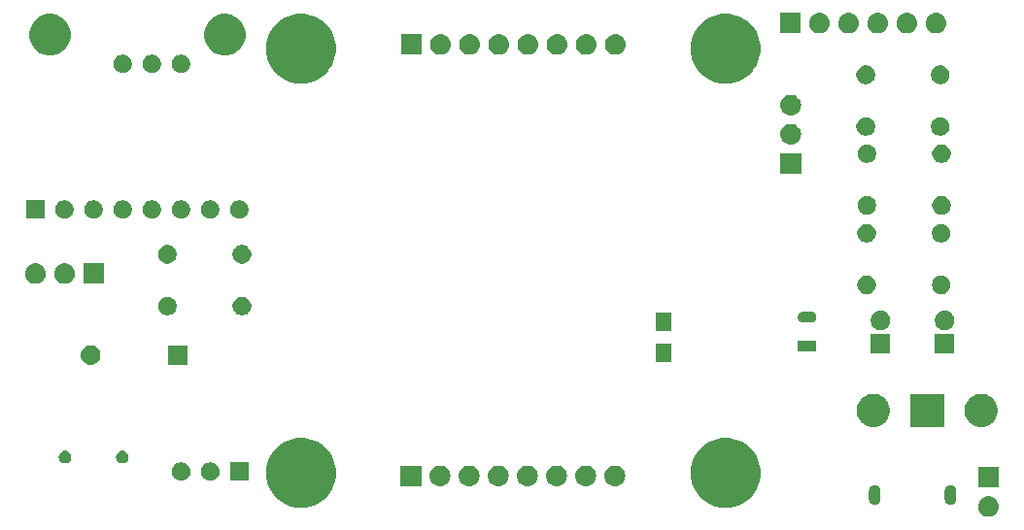
<source format=gbr>
G04 #@! TF.GenerationSoftware,KiCad,Pcbnew,5.0.2-bee76a0~70~ubuntu16.04.1*
G04 #@! TF.CreationDate,2019-02-15T09:46:44+01:00*
G04 #@! TF.ProjectId,lab,6c61622e-6b69-4636-9164-5f7063625858,rev?*
G04 #@! TF.SameCoordinates,Original*
G04 #@! TF.FileFunction,Soldermask,Bot*
G04 #@! TF.FilePolarity,Negative*
%FSLAX46Y46*%
G04 Gerber Fmt 4.6, Leading zero omitted, Abs format (unit mm)*
G04 Created by KiCad (PCBNEW 5.0.2-bee76a0~70~ubuntu16.04.1) date fre 15 feb 2019 09:46:44*
%MOMM*%
%LPD*%
G01*
G04 APERTURE LIST*
%ADD10C,0.100000*%
G04 APERTURE END LIST*
D10*
G36*
X180958443Y-90799519D02*
X181024627Y-90806037D01*
X181137853Y-90840384D01*
X181194467Y-90857557D01*
X181333087Y-90931652D01*
X181350991Y-90941222D01*
X181386729Y-90970552D01*
X181488186Y-91053814D01*
X181547601Y-91126213D01*
X181600778Y-91191009D01*
X181600779Y-91191011D01*
X181684443Y-91347533D01*
X181684443Y-91347534D01*
X181735963Y-91517373D01*
X181753359Y-91694000D01*
X181735963Y-91870627D01*
X181701616Y-91983853D01*
X181684443Y-92040467D01*
X181610348Y-92179087D01*
X181600778Y-92196991D01*
X181571448Y-92232729D01*
X181488186Y-92334186D01*
X181386729Y-92417448D01*
X181350991Y-92446778D01*
X181350989Y-92446779D01*
X181194467Y-92530443D01*
X181137853Y-92547616D01*
X181024627Y-92581963D01*
X180958443Y-92588481D01*
X180892260Y-92595000D01*
X180803740Y-92595000D01*
X180737557Y-92588481D01*
X180671373Y-92581963D01*
X180558147Y-92547616D01*
X180501533Y-92530443D01*
X180345011Y-92446779D01*
X180345009Y-92446778D01*
X180309271Y-92417448D01*
X180207814Y-92334186D01*
X180124552Y-92232729D01*
X180095222Y-92196991D01*
X180085652Y-92179087D01*
X180011557Y-92040467D01*
X179994384Y-91983853D01*
X179960037Y-91870627D01*
X179942641Y-91694000D01*
X179960037Y-91517373D01*
X180011557Y-91347534D01*
X180011557Y-91347533D01*
X180095221Y-91191011D01*
X180095222Y-91191009D01*
X180148399Y-91126213D01*
X180207814Y-91053814D01*
X180309271Y-90970552D01*
X180345009Y-90941222D01*
X180362913Y-90931652D01*
X180501533Y-90857557D01*
X180558147Y-90840384D01*
X180671373Y-90806037D01*
X180737557Y-90799519D01*
X180803740Y-90793000D01*
X180892260Y-90793000D01*
X180958443Y-90799519D01*
X180958443Y-90799519D01*
G37*
G36*
X158809941Y-85836248D02*
X158809943Y-85836249D01*
X158809944Y-85836249D01*
X159365190Y-86066239D01*
X159365191Y-86066240D01*
X159864902Y-86400136D01*
X160289864Y-86825098D01*
X160289866Y-86825101D01*
X160623761Y-87324810D01*
X160853751Y-87880056D01*
X160853752Y-87880059D01*
X160971000Y-88469501D01*
X160971000Y-89070499D01*
X160880994Y-89522989D01*
X160853751Y-89659944D01*
X160623761Y-90215190D01*
X160294367Y-90708162D01*
X160289864Y-90714902D01*
X159864902Y-91139864D01*
X159864899Y-91139866D01*
X159365190Y-91473761D01*
X158809944Y-91703751D01*
X158809943Y-91703751D01*
X158809941Y-91703752D01*
X158220499Y-91821000D01*
X157619501Y-91821000D01*
X157030059Y-91703752D01*
X157030057Y-91703751D01*
X157030056Y-91703751D01*
X156474810Y-91473761D01*
X155975101Y-91139866D01*
X155975098Y-91139864D01*
X155550136Y-90714902D01*
X155545633Y-90708162D01*
X155216239Y-90215190D01*
X154986249Y-89659944D01*
X154959007Y-89522989D01*
X154869000Y-89070499D01*
X154869000Y-88469501D01*
X154986248Y-87880059D01*
X154986249Y-87880056D01*
X155216239Y-87324810D01*
X155550134Y-86825101D01*
X155550136Y-86825098D01*
X155975098Y-86400136D01*
X156474809Y-86066240D01*
X156474810Y-86066239D01*
X157030056Y-85836249D01*
X157030057Y-85836249D01*
X157030059Y-85836248D01*
X157619501Y-85719000D01*
X158220499Y-85719000D01*
X158809941Y-85836248D01*
X158809941Y-85836248D01*
G37*
G36*
X121809941Y-85836248D02*
X121809943Y-85836249D01*
X121809944Y-85836249D01*
X122365190Y-86066239D01*
X122365191Y-86066240D01*
X122864902Y-86400136D01*
X123289864Y-86825098D01*
X123289866Y-86825101D01*
X123623761Y-87324810D01*
X123853751Y-87880056D01*
X123853752Y-87880059D01*
X123971000Y-88469501D01*
X123971000Y-89070499D01*
X123880994Y-89522989D01*
X123853751Y-89659944D01*
X123623761Y-90215190D01*
X123294367Y-90708162D01*
X123289864Y-90714902D01*
X122864902Y-91139864D01*
X122864899Y-91139866D01*
X122365190Y-91473761D01*
X121809944Y-91703751D01*
X121809943Y-91703751D01*
X121809941Y-91703752D01*
X121220499Y-91821000D01*
X120619501Y-91821000D01*
X120030059Y-91703752D01*
X120030057Y-91703751D01*
X120030056Y-91703751D01*
X119474810Y-91473761D01*
X118975101Y-91139866D01*
X118975098Y-91139864D01*
X118550136Y-90714902D01*
X118545633Y-90708162D01*
X118216239Y-90215190D01*
X117986249Y-89659944D01*
X117959007Y-89522989D01*
X117869000Y-89070499D01*
X117869000Y-88469501D01*
X117986248Y-87880059D01*
X117986249Y-87880056D01*
X118216239Y-87324810D01*
X118550134Y-86825101D01*
X118550136Y-86825098D01*
X118975098Y-86400136D01*
X119474809Y-86066240D01*
X119474810Y-86066239D01*
X120030056Y-85836249D01*
X120030057Y-85836249D01*
X120030059Y-85836248D01*
X120619501Y-85719000D01*
X121220499Y-85719000D01*
X121809941Y-85836248D01*
X121809941Y-85836248D01*
G37*
G36*
X171042212Y-89834249D02*
X171136651Y-89862897D01*
X171223687Y-89909418D01*
X171299975Y-89972025D01*
X171362582Y-90048313D01*
X171409103Y-90135348D01*
X171437751Y-90229787D01*
X171445000Y-90303388D01*
X171445000Y-91052612D01*
X171437751Y-91126213D01*
X171409103Y-91220652D01*
X171362582Y-91307687D01*
X171299975Y-91383975D01*
X171223687Y-91446582D01*
X171136652Y-91493103D01*
X171042213Y-91521751D01*
X170944000Y-91531424D01*
X170845788Y-91521751D01*
X170751349Y-91493103D01*
X170664314Y-91446582D01*
X170588026Y-91383975D01*
X170525419Y-91307687D01*
X170503764Y-91267174D01*
X170478898Y-91220653D01*
X170454391Y-91139864D01*
X170450250Y-91126213D01*
X170443001Y-91052612D01*
X170443000Y-91052602D01*
X170443000Y-90303389D01*
X170450249Y-90229788D01*
X170478897Y-90135349D01*
X170525418Y-90048313D01*
X170588025Y-89972025D01*
X170664313Y-89909418D01*
X170751348Y-89862897D01*
X170845787Y-89834249D01*
X170944000Y-89824576D01*
X171042212Y-89834249D01*
X171042212Y-89834249D01*
G37*
G36*
X177642212Y-89834249D02*
X177736651Y-89862897D01*
X177823687Y-89909418D01*
X177899975Y-89972025D01*
X177962582Y-90048313D01*
X178009103Y-90135348D01*
X178037751Y-90229787D01*
X178045000Y-90303388D01*
X178045000Y-91052612D01*
X178037751Y-91126213D01*
X178009103Y-91220652D01*
X177962582Y-91307687D01*
X177899975Y-91383975D01*
X177823687Y-91446582D01*
X177736652Y-91493103D01*
X177642213Y-91521751D01*
X177544000Y-91531424D01*
X177445788Y-91521751D01*
X177351349Y-91493103D01*
X177264314Y-91446582D01*
X177188026Y-91383975D01*
X177125419Y-91307687D01*
X177103764Y-91267174D01*
X177078898Y-91220653D01*
X177054391Y-91139864D01*
X177050250Y-91126213D01*
X177043001Y-91052612D01*
X177043000Y-91052602D01*
X177043000Y-90303389D01*
X177050249Y-90229788D01*
X177078897Y-90135349D01*
X177125418Y-90048313D01*
X177188025Y-89972025D01*
X177264313Y-89909418D01*
X177351348Y-89862897D01*
X177445787Y-89834249D01*
X177544000Y-89824576D01*
X177642212Y-89834249D01*
X177642212Y-89834249D01*
G37*
G36*
X181749000Y-90055000D02*
X179947000Y-90055000D01*
X179947000Y-88253000D01*
X181749000Y-88253000D01*
X181749000Y-90055000D01*
X181749000Y-90055000D01*
G37*
G36*
X145870442Y-88125518D02*
X145936627Y-88132037D01*
X146049853Y-88166384D01*
X146106467Y-88183557D01*
X146236384Y-88253000D01*
X146262991Y-88267222D01*
X146298729Y-88296552D01*
X146400186Y-88379814D01*
X146473789Y-88469501D01*
X146512778Y-88517009D01*
X146512779Y-88517011D01*
X146596443Y-88673533D01*
X146596443Y-88673534D01*
X146647963Y-88843373D01*
X146665359Y-89020000D01*
X146647963Y-89196627D01*
X146623903Y-89275943D01*
X146596443Y-89366467D01*
X146564710Y-89425834D01*
X146512778Y-89522991D01*
X146483448Y-89558729D01*
X146400186Y-89660186D01*
X146298729Y-89743448D01*
X146262991Y-89772778D01*
X146262989Y-89772779D01*
X146106467Y-89856443D01*
X146085187Y-89862898D01*
X145936627Y-89907963D01*
X145870443Y-89914481D01*
X145804260Y-89921000D01*
X145715740Y-89921000D01*
X145649557Y-89914481D01*
X145583373Y-89907963D01*
X145434813Y-89862898D01*
X145413533Y-89856443D01*
X145257011Y-89772779D01*
X145257009Y-89772778D01*
X145221271Y-89743448D01*
X145119814Y-89660186D01*
X145036552Y-89558729D01*
X145007222Y-89522991D01*
X144955290Y-89425834D01*
X144923557Y-89366467D01*
X144896097Y-89275943D01*
X144872037Y-89196627D01*
X144854641Y-89020000D01*
X144872037Y-88843373D01*
X144923557Y-88673534D01*
X144923557Y-88673533D01*
X145007221Y-88517011D01*
X145007222Y-88517009D01*
X145046211Y-88469501D01*
X145119814Y-88379814D01*
X145221271Y-88296552D01*
X145257009Y-88267222D01*
X145283616Y-88253000D01*
X145413533Y-88183557D01*
X145470147Y-88166384D01*
X145583373Y-88132037D01*
X145649558Y-88125518D01*
X145715740Y-88119000D01*
X145804260Y-88119000D01*
X145870442Y-88125518D01*
X145870442Y-88125518D01*
G37*
G36*
X143330442Y-88125518D02*
X143396627Y-88132037D01*
X143509853Y-88166384D01*
X143566467Y-88183557D01*
X143696384Y-88253000D01*
X143722991Y-88267222D01*
X143758729Y-88296552D01*
X143860186Y-88379814D01*
X143933789Y-88469501D01*
X143972778Y-88517009D01*
X143972779Y-88517011D01*
X144056443Y-88673533D01*
X144056443Y-88673534D01*
X144107963Y-88843373D01*
X144125359Y-89020000D01*
X144107963Y-89196627D01*
X144083903Y-89275943D01*
X144056443Y-89366467D01*
X144024710Y-89425834D01*
X143972778Y-89522991D01*
X143943448Y-89558729D01*
X143860186Y-89660186D01*
X143758729Y-89743448D01*
X143722991Y-89772778D01*
X143722989Y-89772779D01*
X143566467Y-89856443D01*
X143545187Y-89862898D01*
X143396627Y-89907963D01*
X143330443Y-89914481D01*
X143264260Y-89921000D01*
X143175740Y-89921000D01*
X143109557Y-89914481D01*
X143043373Y-89907963D01*
X142894813Y-89862898D01*
X142873533Y-89856443D01*
X142717011Y-89772779D01*
X142717009Y-89772778D01*
X142681271Y-89743448D01*
X142579814Y-89660186D01*
X142496552Y-89558729D01*
X142467222Y-89522991D01*
X142415290Y-89425834D01*
X142383557Y-89366467D01*
X142356097Y-89275943D01*
X142332037Y-89196627D01*
X142314641Y-89020000D01*
X142332037Y-88843373D01*
X142383557Y-88673534D01*
X142383557Y-88673533D01*
X142467221Y-88517011D01*
X142467222Y-88517009D01*
X142506211Y-88469501D01*
X142579814Y-88379814D01*
X142681271Y-88296552D01*
X142717009Y-88267222D01*
X142743616Y-88253000D01*
X142873533Y-88183557D01*
X142930147Y-88166384D01*
X143043373Y-88132037D01*
X143109558Y-88125518D01*
X143175740Y-88119000D01*
X143264260Y-88119000D01*
X143330442Y-88125518D01*
X143330442Y-88125518D01*
G37*
G36*
X140790442Y-88125518D02*
X140856627Y-88132037D01*
X140969853Y-88166384D01*
X141026467Y-88183557D01*
X141156384Y-88253000D01*
X141182991Y-88267222D01*
X141218729Y-88296552D01*
X141320186Y-88379814D01*
X141393789Y-88469501D01*
X141432778Y-88517009D01*
X141432779Y-88517011D01*
X141516443Y-88673533D01*
X141516443Y-88673534D01*
X141567963Y-88843373D01*
X141585359Y-89020000D01*
X141567963Y-89196627D01*
X141543903Y-89275943D01*
X141516443Y-89366467D01*
X141484710Y-89425834D01*
X141432778Y-89522991D01*
X141403448Y-89558729D01*
X141320186Y-89660186D01*
X141218729Y-89743448D01*
X141182991Y-89772778D01*
X141182989Y-89772779D01*
X141026467Y-89856443D01*
X141005187Y-89862898D01*
X140856627Y-89907963D01*
X140790443Y-89914481D01*
X140724260Y-89921000D01*
X140635740Y-89921000D01*
X140569557Y-89914481D01*
X140503373Y-89907963D01*
X140354813Y-89862898D01*
X140333533Y-89856443D01*
X140177011Y-89772779D01*
X140177009Y-89772778D01*
X140141271Y-89743448D01*
X140039814Y-89660186D01*
X139956552Y-89558729D01*
X139927222Y-89522991D01*
X139875290Y-89425834D01*
X139843557Y-89366467D01*
X139816097Y-89275943D01*
X139792037Y-89196627D01*
X139774641Y-89020000D01*
X139792037Y-88843373D01*
X139843557Y-88673534D01*
X139843557Y-88673533D01*
X139927221Y-88517011D01*
X139927222Y-88517009D01*
X139966211Y-88469501D01*
X140039814Y-88379814D01*
X140141271Y-88296552D01*
X140177009Y-88267222D01*
X140203616Y-88253000D01*
X140333533Y-88183557D01*
X140390147Y-88166384D01*
X140503373Y-88132037D01*
X140569558Y-88125518D01*
X140635740Y-88119000D01*
X140724260Y-88119000D01*
X140790442Y-88125518D01*
X140790442Y-88125518D01*
G37*
G36*
X138250442Y-88125518D02*
X138316627Y-88132037D01*
X138429853Y-88166384D01*
X138486467Y-88183557D01*
X138616384Y-88253000D01*
X138642991Y-88267222D01*
X138678729Y-88296552D01*
X138780186Y-88379814D01*
X138853789Y-88469501D01*
X138892778Y-88517009D01*
X138892779Y-88517011D01*
X138976443Y-88673533D01*
X138976443Y-88673534D01*
X139027963Y-88843373D01*
X139045359Y-89020000D01*
X139027963Y-89196627D01*
X139003903Y-89275943D01*
X138976443Y-89366467D01*
X138944710Y-89425834D01*
X138892778Y-89522991D01*
X138863448Y-89558729D01*
X138780186Y-89660186D01*
X138678729Y-89743448D01*
X138642991Y-89772778D01*
X138642989Y-89772779D01*
X138486467Y-89856443D01*
X138465187Y-89862898D01*
X138316627Y-89907963D01*
X138250443Y-89914481D01*
X138184260Y-89921000D01*
X138095740Y-89921000D01*
X138029557Y-89914481D01*
X137963373Y-89907963D01*
X137814813Y-89862898D01*
X137793533Y-89856443D01*
X137637011Y-89772779D01*
X137637009Y-89772778D01*
X137601271Y-89743448D01*
X137499814Y-89660186D01*
X137416552Y-89558729D01*
X137387222Y-89522991D01*
X137335290Y-89425834D01*
X137303557Y-89366467D01*
X137276097Y-89275943D01*
X137252037Y-89196627D01*
X137234641Y-89020000D01*
X137252037Y-88843373D01*
X137303557Y-88673534D01*
X137303557Y-88673533D01*
X137387221Y-88517011D01*
X137387222Y-88517009D01*
X137426211Y-88469501D01*
X137499814Y-88379814D01*
X137601271Y-88296552D01*
X137637009Y-88267222D01*
X137663616Y-88253000D01*
X137793533Y-88183557D01*
X137850147Y-88166384D01*
X137963373Y-88132037D01*
X138029558Y-88125518D01*
X138095740Y-88119000D01*
X138184260Y-88119000D01*
X138250442Y-88125518D01*
X138250442Y-88125518D01*
G37*
G36*
X135710442Y-88125518D02*
X135776627Y-88132037D01*
X135889853Y-88166384D01*
X135946467Y-88183557D01*
X136076384Y-88253000D01*
X136102991Y-88267222D01*
X136138729Y-88296552D01*
X136240186Y-88379814D01*
X136313789Y-88469501D01*
X136352778Y-88517009D01*
X136352779Y-88517011D01*
X136436443Y-88673533D01*
X136436443Y-88673534D01*
X136487963Y-88843373D01*
X136505359Y-89020000D01*
X136487963Y-89196627D01*
X136463903Y-89275943D01*
X136436443Y-89366467D01*
X136404710Y-89425834D01*
X136352778Y-89522991D01*
X136323448Y-89558729D01*
X136240186Y-89660186D01*
X136138729Y-89743448D01*
X136102991Y-89772778D01*
X136102989Y-89772779D01*
X135946467Y-89856443D01*
X135925187Y-89862898D01*
X135776627Y-89907963D01*
X135710443Y-89914481D01*
X135644260Y-89921000D01*
X135555740Y-89921000D01*
X135489557Y-89914481D01*
X135423373Y-89907963D01*
X135274813Y-89862898D01*
X135253533Y-89856443D01*
X135097011Y-89772779D01*
X135097009Y-89772778D01*
X135061271Y-89743448D01*
X134959814Y-89660186D01*
X134876552Y-89558729D01*
X134847222Y-89522991D01*
X134795290Y-89425834D01*
X134763557Y-89366467D01*
X134736097Y-89275943D01*
X134712037Y-89196627D01*
X134694641Y-89020000D01*
X134712037Y-88843373D01*
X134763557Y-88673534D01*
X134763557Y-88673533D01*
X134847221Y-88517011D01*
X134847222Y-88517009D01*
X134886211Y-88469501D01*
X134959814Y-88379814D01*
X135061271Y-88296552D01*
X135097009Y-88267222D01*
X135123616Y-88253000D01*
X135253533Y-88183557D01*
X135310147Y-88166384D01*
X135423373Y-88132037D01*
X135489558Y-88125518D01*
X135555740Y-88119000D01*
X135644260Y-88119000D01*
X135710442Y-88125518D01*
X135710442Y-88125518D01*
G37*
G36*
X133170442Y-88125518D02*
X133236627Y-88132037D01*
X133349853Y-88166384D01*
X133406467Y-88183557D01*
X133536384Y-88253000D01*
X133562991Y-88267222D01*
X133598729Y-88296552D01*
X133700186Y-88379814D01*
X133773789Y-88469501D01*
X133812778Y-88517009D01*
X133812779Y-88517011D01*
X133896443Y-88673533D01*
X133896443Y-88673534D01*
X133947963Y-88843373D01*
X133965359Y-89020000D01*
X133947963Y-89196627D01*
X133923903Y-89275943D01*
X133896443Y-89366467D01*
X133864710Y-89425834D01*
X133812778Y-89522991D01*
X133783448Y-89558729D01*
X133700186Y-89660186D01*
X133598729Y-89743448D01*
X133562991Y-89772778D01*
X133562989Y-89772779D01*
X133406467Y-89856443D01*
X133385187Y-89862898D01*
X133236627Y-89907963D01*
X133170443Y-89914481D01*
X133104260Y-89921000D01*
X133015740Y-89921000D01*
X132949557Y-89914481D01*
X132883373Y-89907963D01*
X132734813Y-89862898D01*
X132713533Y-89856443D01*
X132557011Y-89772779D01*
X132557009Y-89772778D01*
X132521271Y-89743448D01*
X132419814Y-89660186D01*
X132336552Y-89558729D01*
X132307222Y-89522991D01*
X132255290Y-89425834D01*
X132223557Y-89366467D01*
X132196097Y-89275943D01*
X132172037Y-89196627D01*
X132154641Y-89020000D01*
X132172037Y-88843373D01*
X132223557Y-88673534D01*
X132223557Y-88673533D01*
X132307221Y-88517011D01*
X132307222Y-88517009D01*
X132346211Y-88469501D01*
X132419814Y-88379814D01*
X132521271Y-88296552D01*
X132557009Y-88267222D01*
X132583616Y-88253000D01*
X132713533Y-88183557D01*
X132770147Y-88166384D01*
X132883373Y-88132037D01*
X132949558Y-88125518D01*
X133015740Y-88119000D01*
X133104260Y-88119000D01*
X133170442Y-88125518D01*
X133170442Y-88125518D01*
G37*
G36*
X131421000Y-89921000D02*
X129619000Y-89921000D01*
X129619000Y-88119000D01*
X131421000Y-88119000D01*
X131421000Y-89921000D01*
X131421000Y-89921000D01*
G37*
G36*
X148410442Y-88125518D02*
X148476627Y-88132037D01*
X148589853Y-88166384D01*
X148646467Y-88183557D01*
X148776384Y-88253000D01*
X148802991Y-88267222D01*
X148838729Y-88296552D01*
X148940186Y-88379814D01*
X149013789Y-88469501D01*
X149052778Y-88517009D01*
X149052779Y-88517011D01*
X149136443Y-88673533D01*
X149136443Y-88673534D01*
X149187963Y-88843373D01*
X149205359Y-89020000D01*
X149187963Y-89196627D01*
X149163903Y-89275943D01*
X149136443Y-89366467D01*
X149104710Y-89425834D01*
X149052778Y-89522991D01*
X149023448Y-89558729D01*
X148940186Y-89660186D01*
X148838729Y-89743448D01*
X148802991Y-89772778D01*
X148802989Y-89772779D01*
X148646467Y-89856443D01*
X148625187Y-89862898D01*
X148476627Y-89907963D01*
X148410443Y-89914481D01*
X148344260Y-89921000D01*
X148255740Y-89921000D01*
X148189557Y-89914481D01*
X148123373Y-89907963D01*
X147974813Y-89862898D01*
X147953533Y-89856443D01*
X147797011Y-89772779D01*
X147797009Y-89772778D01*
X147761271Y-89743448D01*
X147659814Y-89660186D01*
X147576552Y-89558729D01*
X147547222Y-89522991D01*
X147495290Y-89425834D01*
X147463557Y-89366467D01*
X147436097Y-89275943D01*
X147412037Y-89196627D01*
X147394641Y-89020000D01*
X147412037Y-88843373D01*
X147463557Y-88673534D01*
X147463557Y-88673533D01*
X147547221Y-88517011D01*
X147547222Y-88517009D01*
X147586211Y-88469501D01*
X147659814Y-88379814D01*
X147761271Y-88296552D01*
X147797009Y-88267222D01*
X147823616Y-88253000D01*
X147953533Y-88183557D01*
X148010147Y-88166384D01*
X148123373Y-88132037D01*
X148189558Y-88125518D01*
X148255740Y-88119000D01*
X148344260Y-88119000D01*
X148410442Y-88125518D01*
X148410442Y-88125518D01*
G37*
G36*
X116381000Y-89457000D02*
X114759000Y-89457000D01*
X114759000Y-87835000D01*
X116381000Y-87835000D01*
X116381000Y-89457000D01*
X116381000Y-89457000D01*
G37*
G36*
X113266560Y-87866166D02*
X113413427Y-87927000D01*
X113414153Y-87927301D01*
X113545213Y-88014873D01*
X113546985Y-88016057D01*
X113659943Y-88129015D01*
X113659945Y-88129018D01*
X113742788Y-88253000D01*
X113748700Y-88261849D01*
X113797563Y-88379814D01*
X113809834Y-88409440D01*
X113841000Y-88566123D01*
X113841000Y-88725877D01*
X113809834Y-88882560D01*
X113748699Y-89030153D01*
X113661127Y-89161213D01*
X113659943Y-89162985D01*
X113546985Y-89275943D01*
X113546982Y-89275945D01*
X113414153Y-89364699D01*
X113414152Y-89364700D01*
X113414151Y-89364700D01*
X113266560Y-89425834D01*
X113109878Y-89457000D01*
X112950122Y-89457000D01*
X112793440Y-89425834D01*
X112645849Y-89364700D01*
X112645848Y-89364700D01*
X112645847Y-89364699D01*
X112513018Y-89275945D01*
X112513015Y-89275943D01*
X112400057Y-89162985D01*
X112398873Y-89161213D01*
X112311301Y-89030153D01*
X112250166Y-88882560D01*
X112219000Y-88725877D01*
X112219000Y-88566123D01*
X112250166Y-88409440D01*
X112262437Y-88379814D01*
X112311300Y-88261849D01*
X112317213Y-88253000D01*
X112400055Y-88129018D01*
X112400057Y-88129015D01*
X112513015Y-88016057D01*
X112514787Y-88014873D01*
X112645847Y-87927301D01*
X112646574Y-87927000D01*
X112793440Y-87866166D01*
X112950122Y-87835000D01*
X113109878Y-87835000D01*
X113266560Y-87866166D01*
X113266560Y-87866166D01*
G37*
G36*
X110726560Y-87866166D02*
X110873427Y-87927000D01*
X110874153Y-87927301D01*
X111005213Y-88014873D01*
X111006985Y-88016057D01*
X111119943Y-88129015D01*
X111119945Y-88129018D01*
X111202788Y-88253000D01*
X111208700Y-88261849D01*
X111257563Y-88379814D01*
X111269834Y-88409440D01*
X111301000Y-88566123D01*
X111301000Y-88725877D01*
X111269834Y-88882560D01*
X111208699Y-89030153D01*
X111121127Y-89161213D01*
X111119943Y-89162985D01*
X111006985Y-89275943D01*
X111006982Y-89275945D01*
X110874153Y-89364699D01*
X110874152Y-89364700D01*
X110874151Y-89364700D01*
X110726560Y-89425834D01*
X110569878Y-89457000D01*
X110410122Y-89457000D01*
X110253440Y-89425834D01*
X110105849Y-89364700D01*
X110105848Y-89364700D01*
X110105847Y-89364699D01*
X109973018Y-89275945D01*
X109973015Y-89275943D01*
X109860057Y-89162985D01*
X109858873Y-89161213D01*
X109771301Y-89030153D01*
X109710166Y-88882560D01*
X109679000Y-88725877D01*
X109679000Y-88566123D01*
X109710166Y-88409440D01*
X109722437Y-88379814D01*
X109771300Y-88261849D01*
X109777213Y-88253000D01*
X109860055Y-88129018D01*
X109860057Y-88129015D01*
X109973015Y-88016057D01*
X109974787Y-88014873D01*
X110105847Y-87927301D01*
X110106574Y-87927000D01*
X110253440Y-87866166D01*
X110410122Y-87835000D01*
X110569878Y-87835000D01*
X110726560Y-87866166D01*
X110726560Y-87866166D01*
G37*
G36*
X100530721Y-86846174D02*
X100630995Y-86887709D01*
X100721245Y-86948012D01*
X100797988Y-87024755D01*
X100858291Y-87115005D01*
X100899826Y-87215279D01*
X100921000Y-87321730D01*
X100921000Y-87430270D01*
X100899826Y-87536721D01*
X100858291Y-87636995D01*
X100797988Y-87727245D01*
X100721245Y-87803988D01*
X100630995Y-87864291D01*
X100530721Y-87905826D01*
X100424270Y-87927000D01*
X100315730Y-87927000D01*
X100209279Y-87905826D01*
X100109005Y-87864291D01*
X100018755Y-87803988D01*
X99942012Y-87727245D01*
X99881709Y-87636995D01*
X99840174Y-87536721D01*
X99819000Y-87430270D01*
X99819000Y-87321730D01*
X99840174Y-87215279D01*
X99881709Y-87115005D01*
X99942012Y-87024755D01*
X100018755Y-86948012D01*
X100109005Y-86887709D01*
X100209279Y-86846174D01*
X100315730Y-86825000D01*
X100424270Y-86825000D01*
X100530721Y-86846174D01*
X100530721Y-86846174D01*
G37*
G36*
X105530721Y-86846174D02*
X105630995Y-86887709D01*
X105721245Y-86948012D01*
X105797988Y-87024755D01*
X105858291Y-87115005D01*
X105899826Y-87215279D01*
X105921000Y-87321730D01*
X105921000Y-87430270D01*
X105899826Y-87536721D01*
X105858291Y-87636995D01*
X105797988Y-87727245D01*
X105721245Y-87803988D01*
X105630995Y-87864291D01*
X105530721Y-87905826D01*
X105424270Y-87927000D01*
X105315730Y-87927000D01*
X105209279Y-87905826D01*
X105109005Y-87864291D01*
X105018755Y-87803988D01*
X104942012Y-87727245D01*
X104881709Y-87636995D01*
X104840174Y-87536721D01*
X104819000Y-87430270D01*
X104819000Y-87321730D01*
X104840174Y-87215279D01*
X104881709Y-87115005D01*
X104942012Y-87024755D01*
X105018755Y-86948012D01*
X105109005Y-86887709D01*
X105209279Y-86846174D01*
X105315730Y-86825000D01*
X105424270Y-86825000D01*
X105530721Y-86846174D01*
X105530721Y-86846174D01*
G37*
G36*
X180637238Y-81916760D02*
X180637240Y-81916761D01*
X180637241Y-81916761D01*
X180901306Y-82026140D01*
X180901307Y-82026141D01*
X181138962Y-82184937D01*
X181341063Y-82387038D01*
X181341065Y-82387041D01*
X181499860Y-82624694D01*
X181609239Y-82888759D01*
X181665000Y-83169089D01*
X181665000Y-83454911D01*
X181609239Y-83735241D01*
X181499860Y-83999306D01*
X181499859Y-83999307D01*
X181341063Y-84236962D01*
X181138962Y-84439063D01*
X181138959Y-84439065D01*
X180901306Y-84597860D01*
X180637241Y-84707239D01*
X180637240Y-84707239D01*
X180637238Y-84707240D01*
X180356912Y-84763000D01*
X180071088Y-84763000D01*
X179790762Y-84707240D01*
X179790760Y-84707239D01*
X179790759Y-84707239D01*
X179526694Y-84597860D01*
X179289041Y-84439065D01*
X179289038Y-84439063D01*
X179086937Y-84236962D01*
X178928141Y-83999307D01*
X178928140Y-83999306D01*
X178818761Y-83735241D01*
X178763000Y-83454911D01*
X178763000Y-83169089D01*
X178818761Y-82888759D01*
X178928140Y-82624694D01*
X179086935Y-82387041D01*
X179086937Y-82387038D01*
X179289038Y-82184937D01*
X179526693Y-82026141D01*
X179526694Y-82026140D01*
X179790759Y-81916761D01*
X179790760Y-81916761D01*
X179790762Y-81916760D01*
X180071088Y-81861000D01*
X180356912Y-81861000D01*
X180637238Y-81916760D01*
X180637238Y-81916760D01*
G37*
G36*
X176965000Y-84763000D02*
X174063000Y-84763000D01*
X174063000Y-81861000D01*
X176965000Y-81861000D01*
X176965000Y-84763000D01*
X176965000Y-84763000D01*
G37*
G36*
X171237238Y-81916760D02*
X171237240Y-81916761D01*
X171237241Y-81916761D01*
X171501306Y-82026140D01*
X171501307Y-82026141D01*
X171738962Y-82184937D01*
X171941063Y-82387038D01*
X171941065Y-82387041D01*
X172099860Y-82624694D01*
X172209239Y-82888759D01*
X172265000Y-83169089D01*
X172265000Y-83454911D01*
X172209239Y-83735241D01*
X172099860Y-83999306D01*
X172099859Y-83999307D01*
X171941063Y-84236962D01*
X171738962Y-84439063D01*
X171738959Y-84439065D01*
X171501306Y-84597860D01*
X171237241Y-84707239D01*
X171237240Y-84707239D01*
X171237238Y-84707240D01*
X170956912Y-84763000D01*
X170671088Y-84763000D01*
X170390762Y-84707240D01*
X170390760Y-84707239D01*
X170390759Y-84707239D01*
X170126694Y-84597860D01*
X169889041Y-84439065D01*
X169889038Y-84439063D01*
X169686937Y-84236962D01*
X169528141Y-83999307D01*
X169528140Y-83999306D01*
X169418761Y-83735241D01*
X169363000Y-83454911D01*
X169363000Y-83169089D01*
X169418761Y-82888759D01*
X169528140Y-82624694D01*
X169686935Y-82387041D01*
X169686937Y-82387038D01*
X169889038Y-82184937D01*
X170126693Y-82026141D01*
X170126694Y-82026140D01*
X170390759Y-81916761D01*
X170390760Y-81916761D01*
X170390762Y-81916760D01*
X170671088Y-81861000D01*
X170956912Y-81861000D01*
X171237238Y-81916760D01*
X171237238Y-81916760D01*
G37*
G36*
X102782821Y-77647313D02*
X102782824Y-77647314D01*
X102782825Y-77647314D01*
X102943239Y-77695975D01*
X102943241Y-77695976D01*
X102943244Y-77695977D01*
X103091078Y-77774995D01*
X103220659Y-77881341D01*
X103327005Y-78010922D01*
X103406023Y-78158756D01*
X103454687Y-78319179D01*
X103471117Y-78486000D01*
X103454687Y-78652821D01*
X103406023Y-78813244D01*
X103327005Y-78961078D01*
X103220659Y-79090659D01*
X103091078Y-79197005D01*
X102943244Y-79276023D01*
X102943241Y-79276024D01*
X102943239Y-79276025D01*
X102782825Y-79324686D01*
X102782824Y-79324686D01*
X102782821Y-79324687D01*
X102657804Y-79337000D01*
X102574196Y-79337000D01*
X102449179Y-79324687D01*
X102449176Y-79324686D01*
X102449175Y-79324686D01*
X102288761Y-79276025D01*
X102288759Y-79276024D01*
X102288756Y-79276023D01*
X102140922Y-79197005D01*
X102011341Y-79090659D01*
X101904995Y-78961078D01*
X101825977Y-78813244D01*
X101777313Y-78652821D01*
X101760883Y-78486000D01*
X101777313Y-78319179D01*
X101825977Y-78158756D01*
X101904995Y-78010922D01*
X102011341Y-77881341D01*
X102140922Y-77774995D01*
X102288756Y-77695977D01*
X102288759Y-77695976D01*
X102288761Y-77695975D01*
X102449175Y-77647314D01*
X102449176Y-77647314D01*
X102449179Y-77647313D01*
X102574196Y-77635000D01*
X102657804Y-77635000D01*
X102782821Y-77647313D01*
X102782821Y-77647313D01*
G37*
G36*
X111087000Y-79337000D02*
X109385000Y-79337000D01*
X109385000Y-77635000D01*
X111087000Y-77635000D01*
X111087000Y-79337000D01*
X111087000Y-79337000D01*
G37*
G36*
X153251000Y-79121000D02*
X151849000Y-79121000D01*
X151849000Y-77519000D01*
X153251000Y-77519000D01*
X153251000Y-79121000D01*
X153251000Y-79121000D01*
G37*
G36*
X172301000Y-78321000D02*
X170599000Y-78321000D01*
X170599000Y-76619000D01*
X172301000Y-76619000D01*
X172301000Y-78321000D01*
X172301000Y-78321000D01*
G37*
G36*
X177889000Y-78321000D02*
X176187000Y-78321000D01*
X176187000Y-76619000D01*
X177889000Y-76619000D01*
X177889000Y-78321000D01*
X177889000Y-78321000D01*
G37*
G36*
X165851000Y-78201000D02*
X164249000Y-78201000D01*
X164249000Y-77199000D01*
X165851000Y-77199000D01*
X165851000Y-78201000D01*
X165851000Y-78201000D01*
G37*
G36*
X153251000Y-76421000D02*
X151849000Y-76421000D01*
X151849000Y-74819000D01*
X153251000Y-74819000D01*
X153251000Y-76421000D01*
X153251000Y-76421000D01*
G37*
G36*
X177286228Y-74651703D02*
X177441100Y-74715853D01*
X177580481Y-74808985D01*
X177699015Y-74927519D01*
X177792147Y-75066900D01*
X177856297Y-75221772D01*
X177889000Y-75386184D01*
X177889000Y-75553816D01*
X177856297Y-75718228D01*
X177792147Y-75873100D01*
X177699015Y-76012481D01*
X177580481Y-76131015D01*
X177441100Y-76224147D01*
X177286228Y-76288297D01*
X177121816Y-76321000D01*
X176954184Y-76321000D01*
X176789772Y-76288297D01*
X176634900Y-76224147D01*
X176495519Y-76131015D01*
X176376985Y-76012481D01*
X176283853Y-75873100D01*
X176219703Y-75718228D01*
X176187000Y-75553816D01*
X176187000Y-75386184D01*
X176219703Y-75221772D01*
X176283853Y-75066900D01*
X176376985Y-74927519D01*
X176495519Y-74808985D01*
X176634900Y-74715853D01*
X176789772Y-74651703D01*
X176954184Y-74619000D01*
X177121816Y-74619000D01*
X177286228Y-74651703D01*
X177286228Y-74651703D01*
G37*
G36*
X171698228Y-74651703D02*
X171853100Y-74715853D01*
X171992481Y-74808985D01*
X172111015Y-74927519D01*
X172204147Y-75066900D01*
X172268297Y-75221772D01*
X172301000Y-75386184D01*
X172301000Y-75553816D01*
X172268297Y-75718228D01*
X172204147Y-75873100D01*
X172111015Y-76012481D01*
X171992481Y-76131015D01*
X171853100Y-76224147D01*
X171698228Y-76288297D01*
X171533816Y-76321000D01*
X171366184Y-76321000D01*
X171201772Y-76288297D01*
X171046900Y-76224147D01*
X170907519Y-76131015D01*
X170788985Y-76012481D01*
X170695853Y-75873100D01*
X170631703Y-75718228D01*
X170599000Y-75553816D01*
X170599000Y-75386184D01*
X170631703Y-75221772D01*
X170695853Y-75066900D01*
X170788985Y-74927519D01*
X170907519Y-74808985D01*
X171046900Y-74715853D01*
X171201772Y-74651703D01*
X171366184Y-74619000D01*
X171533816Y-74619000D01*
X171698228Y-74651703D01*
X171698228Y-74651703D01*
G37*
G36*
X165448213Y-74666249D02*
X165542652Y-74694897D01*
X165629687Y-74741418D01*
X165705975Y-74804025D01*
X165768582Y-74880313D01*
X165815103Y-74967348D01*
X165843751Y-75061787D01*
X165853424Y-75160000D01*
X165843751Y-75258213D01*
X165815103Y-75352652D01*
X165768582Y-75439687D01*
X165705975Y-75515975D01*
X165629687Y-75578582D01*
X165542652Y-75625103D01*
X165448213Y-75653751D01*
X165374612Y-75661000D01*
X164725388Y-75661000D01*
X164651787Y-75653751D01*
X164557348Y-75625103D01*
X164470313Y-75578582D01*
X164394025Y-75515975D01*
X164331418Y-75439687D01*
X164284897Y-75352652D01*
X164256249Y-75258213D01*
X164246576Y-75160000D01*
X164256249Y-75061787D01*
X164284897Y-74967348D01*
X164331418Y-74880313D01*
X164394025Y-74804025D01*
X164470313Y-74741418D01*
X164557348Y-74694897D01*
X164651787Y-74666249D01*
X164725388Y-74659000D01*
X165374612Y-74659000D01*
X165448213Y-74666249D01*
X165448213Y-74666249D01*
G37*
G36*
X109527142Y-73418242D02*
X109675102Y-73479530D01*
X109808258Y-73568502D01*
X109921498Y-73681742D01*
X110010470Y-73814898D01*
X110071758Y-73962858D01*
X110103000Y-74119925D01*
X110103000Y-74280075D01*
X110071758Y-74437142D01*
X110024354Y-74551583D01*
X110010471Y-74585100D01*
X109923105Y-74715854D01*
X109921498Y-74718258D01*
X109808258Y-74831498D01*
X109675102Y-74920470D01*
X109675101Y-74920471D01*
X109675100Y-74920471D01*
X109641583Y-74934354D01*
X109527142Y-74981758D01*
X109370075Y-75013000D01*
X109209925Y-75013000D01*
X109052858Y-74981758D01*
X108938417Y-74934354D01*
X108904900Y-74920471D01*
X108904899Y-74920471D01*
X108904898Y-74920470D01*
X108771742Y-74831498D01*
X108658502Y-74718258D01*
X108656896Y-74715854D01*
X108569529Y-74585100D01*
X108555646Y-74551583D01*
X108508242Y-74437142D01*
X108477000Y-74280075D01*
X108477000Y-74119925D01*
X108508242Y-73962858D01*
X108569530Y-73814898D01*
X108658502Y-73681742D01*
X108771742Y-73568502D01*
X108904898Y-73479530D01*
X109052858Y-73418242D01*
X109209925Y-73387000D01*
X109370075Y-73387000D01*
X109527142Y-73418242D01*
X109527142Y-73418242D01*
G37*
G36*
X116027142Y-73418242D02*
X116175102Y-73479530D01*
X116308258Y-73568502D01*
X116421498Y-73681742D01*
X116510470Y-73814898D01*
X116571758Y-73962858D01*
X116603000Y-74119925D01*
X116603000Y-74280075D01*
X116571758Y-74437142D01*
X116524354Y-74551583D01*
X116510471Y-74585100D01*
X116423105Y-74715854D01*
X116421498Y-74718258D01*
X116308258Y-74831498D01*
X116175102Y-74920470D01*
X116175101Y-74920471D01*
X116175100Y-74920471D01*
X116141583Y-74934354D01*
X116027142Y-74981758D01*
X115870075Y-75013000D01*
X115709925Y-75013000D01*
X115552858Y-74981758D01*
X115438417Y-74934354D01*
X115404900Y-74920471D01*
X115404899Y-74920471D01*
X115404898Y-74920470D01*
X115271742Y-74831498D01*
X115158502Y-74718258D01*
X115156896Y-74715854D01*
X115069529Y-74585100D01*
X115055646Y-74551583D01*
X115008242Y-74437142D01*
X114977000Y-74280075D01*
X114977000Y-74119925D01*
X115008242Y-73962858D01*
X115069530Y-73814898D01*
X115158502Y-73681742D01*
X115271742Y-73568502D01*
X115404898Y-73479530D01*
X115552858Y-73418242D01*
X115709925Y-73387000D01*
X115870075Y-73387000D01*
X116027142Y-73418242D01*
X116027142Y-73418242D01*
G37*
G36*
X170469142Y-71572242D02*
X170617102Y-71633530D01*
X170684130Y-71678317D01*
X170747213Y-71720467D01*
X170750258Y-71722502D01*
X170863498Y-71835742D01*
X170952470Y-71968898D01*
X171013758Y-72116858D01*
X171045000Y-72273925D01*
X171045000Y-72434075D01*
X171013758Y-72591142D01*
X170952470Y-72739102D01*
X170863498Y-72872258D01*
X170750258Y-72985498D01*
X170617102Y-73074470D01*
X170469142Y-73135758D01*
X170312075Y-73167000D01*
X170151925Y-73167000D01*
X169994858Y-73135758D01*
X169846898Y-73074470D01*
X169713742Y-72985498D01*
X169600502Y-72872258D01*
X169511530Y-72739102D01*
X169450242Y-72591142D01*
X169419000Y-72434075D01*
X169419000Y-72273925D01*
X169450242Y-72116858D01*
X169511530Y-71968898D01*
X169600502Y-71835742D01*
X169713742Y-71722502D01*
X169716788Y-71720467D01*
X169779870Y-71678317D01*
X169846898Y-71633530D01*
X169994858Y-71572242D01*
X170151925Y-71541000D01*
X170312075Y-71541000D01*
X170469142Y-71572242D01*
X170469142Y-71572242D01*
G37*
G36*
X176969142Y-71572242D02*
X177117102Y-71633530D01*
X177184130Y-71678317D01*
X177247213Y-71720467D01*
X177250258Y-71722502D01*
X177363498Y-71835742D01*
X177452470Y-71968898D01*
X177513758Y-72116858D01*
X177545000Y-72273925D01*
X177545000Y-72434075D01*
X177513758Y-72591142D01*
X177452470Y-72739102D01*
X177363498Y-72872258D01*
X177250258Y-72985498D01*
X177117102Y-73074470D01*
X176969142Y-73135758D01*
X176812075Y-73167000D01*
X176651925Y-73167000D01*
X176494858Y-73135758D01*
X176346898Y-73074470D01*
X176213742Y-72985498D01*
X176100502Y-72872258D01*
X176011530Y-72739102D01*
X175950242Y-72591142D01*
X175919000Y-72434075D01*
X175919000Y-72273925D01*
X175950242Y-72116858D01*
X176011530Y-71968898D01*
X176100502Y-71835742D01*
X176213742Y-71722502D01*
X176216788Y-71720467D01*
X176279870Y-71678317D01*
X176346898Y-71633530D01*
X176494858Y-71572242D01*
X176651925Y-71541000D01*
X176812075Y-71541000D01*
X176969142Y-71572242D01*
X176969142Y-71572242D01*
G37*
G36*
X100440443Y-70479519D02*
X100506627Y-70486037D01*
X100595512Y-70513000D01*
X100676467Y-70537557D01*
X100815087Y-70611652D01*
X100832991Y-70621222D01*
X100868729Y-70650552D01*
X100970186Y-70733814D01*
X101053448Y-70835271D01*
X101082778Y-70871009D01*
X101082779Y-70871011D01*
X101166443Y-71027533D01*
X101166443Y-71027534D01*
X101217963Y-71197373D01*
X101235359Y-71374000D01*
X101217963Y-71550627D01*
X101192815Y-71633529D01*
X101166443Y-71720467D01*
X101165355Y-71722502D01*
X101082778Y-71876991D01*
X101053448Y-71912729D01*
X100970186Y-72014186D01*
X100868729Y-72097448D01*
X100832991Y-72126778D01*
X100832989Y-72126779D01*
X100676467Y-72210443D01*
X100619853Y-72227616D01*
X100506627Y-72261963D01*
X100440443Y-72268481D01*
X100374260Y-72275000D01*
X100285740Y-72275000D01*
X100219557Y-72268481D01*
X100153373Y-72261963D01*
X100040147Y-72227616D01*
X99983533Y-72210443D01*
X99827011Y-72126779D01*
X99827009Y-72126778D01*
X99791271Y-72097448D01*
X99689814Y-72014186D01*
X99606552Y-71912729D01*
X99577222Y-71876991D01*
X99494645Y-71722502D01*
X99493557Y-71720467D01*
X99467185Y-71633529D01*
X99442037Y-71550627D01*
X99424641Y-71374000D01*
X99442037Y-71197373D01*
X99493557Y-71027534D01*
X99493557Y-71027533D01*
X99577221Y-70871011D01*
X99577222Y-70871009D01*
X99606552Y-70835271D01*
X99689814Y-70733814D01*
X99791271Y-70650552D01*
X99827009Y-70621222D01*
X99844913Y-70611652D01*
X99983533Y-70537557D01*
X100064488Y-70513000D01*
X100153373Y-70486037D01*
X100219557Y-70479519D01*
X100285740Y-70473000D01*
X100374260Y-70473000D01*
X100440443Y-70479519D01*
X100440443Y-70479519D01*
G37*
G36*
X97900443Y-70479519D02*
X97966627Y-70486037D01*
X98055512Y-70513000D01*
X98136467Y-70537557D01*
X98275087Y-70611652D01*
X98292991Y-70621222D01*
X98328729Y-70650552D01*
X98430186Y-70733814D01*
X98513448Y-70835271D01*
X98542778Y-70871009D01*
X98542779Y-70871011D01*
X98626443Y-71027533D01*
X98626443Y-71027534D01*
X98677963Y-71197373D01*
X98695359Y-71374000D01*
X98677963Y-71550627D01*
X98652815Y-71633529D01*
X98626443Y-71720467D01*
X98625355Y-71722502D01*
X98542778Y-71876991D01*
X98513448Y-71912729D01*
X98430186Y-72014186D01*
X98328729Y-72097448D01*
X98292991Y-72126778D01*
X98292989Y-72126779D01*
X98136467Y-72210443D01*
X98079853Y-72227616D01*
X97966627Y-72261963D01*
X97900443Y-72268481D01*
X97834260Y-72275000D01*
X97745740Y-72275000D01*
X97679557Y-72268481D01*
X97613373Y-72261963D01*
X97500147Y-72227616D01*
X97443533Y-72210443D01*
X97287011Y-72126779D01*
X97287009Y-72126778D01*
X97251271Y-72097448D01*
X97149814Y-72014186D01*
X97066552Y-71912729D01*
X97037222Y-71876991D01*
X96954645Y-71722502D01*
X96953557Y-71720467D01*
X96927185Y-71633529D01*
X96902037Y-71550627D01*
X96884641Y-71374000D01*
X96902037Y-71197373D01*
X96953557Y-71027534D01*
X96953557Y-71027533D01*
X97037221Y-70871011D01*
X97037222Y-70871009D01*
X97066552Y-70835271D01*
X97149814Y-70733814D01*
X97251271Y-70650552D01*
X97287009Y-70621222D01*
X97304913Y-70611652D01*
X97443533Y-70537557D01*
X97524488Y-70513000D01*
X97613373Y-70486037D01*
X97679557Y-70479519D01*
X97745740Y-70473000D01*
X97834260Y-70473000D01*
X97900443Y-70479519D01*
X97900443Y-70479519D01*
G37*
G36*
X103771000Y-72275000D02*
X101969000Y-72275000D01*
X101969000Y-70473000D01*
X103771000Y-70473000D01*
X103771000Y-72275000D01*
X103771000Y-72275000D01*
G37*
G36*
X109527142Y-68918242D02*
X109675102Y-68979530D01*
X109808258Y-69068502D01*
X109921498Y-69181742D01*
X110010470Y-69314898D01*
X110071758Y-69462858D01*
X110103000Y-69619925D01*
X110103000Y-69780075D01*
X110071758Y-69937142D01*
X110010470Y-70085102D01*
X109921498Y-70218258D01*
X109808258Y-70331498D01*
X109675102Y-70420470D01*
X109527142Y-70481758D01*
X109370075Y-70513000D01*
X109209925Y-70513000D01*
X109052858Y-70481758D01*
X108904898Y-70420470D01*
X108771742Y-70331498D01*
X108658502Y-70218258D01*
X108569530Y-70085102D01*
X108508242Y-69937142D01*
X108477000Y-69780075D01*
X108477000Y-69619925D01*
X108508242Y-69462858D01*
X108569530Y-69314898D01*
X108658502Y-69181742D01*
X108771742Y-69068502D01*
X108904898Y-68979530D01*
X109052858Y-68918242D01*
X109209925Y-68887000D01*
X109370075Y-68887000D01*
X109527142Y-68918242D01*
X109527142Y-68918242D01*
G37*
G36*
X116027142Y-68918242D02*
X116175102Y-68979530D01*
X116308258Y-69068502D01*
X116421498Y-69181742D01*
X116510470Y-69314898D01*
X116571758Y-69462858D01*
X116603000Y-69619925D01*
X116603000Y-69780075D01*
X116571758Y-69937142D01*
X116510470Y-70085102D01*
X116421498Y-70218258D01*
X116308258Y-70331498D01*
X116175102Y-70420470D01*
X116027142Y-70481758D01*
X115870075Y-70513000D01*
X115709925Y-70513000D01*
X115552858Y-70481758D01*
X115404898Y-70420470D01*
X115271742Y-70331498D01*
X115158502Y-70218258D01*
X115069530Y-70085102D01*
X115008242Y-69937142D01*
X114977000Y-69780075D01*
X114977000Y-69619925D01*
X115008242Y-69462858D01*
X115069530Y-69314898D01*
X115158502Y-69181742D01*
X115271742Y-69068502D01*
X115404898Y-68979530D01*
X115552858Y-68918242D01*
X115709925Y-68887000D01*
X115870075Y-68887000D01*
X116027142Y-68918242D01*
X116027142Y-68918242D01*
G37*
G36*
X170469142Y-67072242D02*
X170617102Y-67133530D01*
X170750258Y-67222502D01*
X170863498Y-67335742D01*
X170952470Y-67468898D01*
X171013758Y-67616858D01*
X171045000Y-67773925D01*
X171045000Y-67934075D01*
X171013758Y-68091142D01*
X170952470Y-68239102D01*
X170863498Y-68372258D01*
X170750258Y-68485498D01*
X170617102Y-68574470D01*
X170469142Y-68635758D01*
X170312075Y-68667000D01*
X170151925Y-68667000D01*
X169994858Y-68635758D01*
X169846898Y-68574470D01*
X169713742Y-68485498D01*
X169600502Y-68372258D01*
X169511530Y-68239102D01*
X169450242Y-68091142D01*
X169419000Y-67934075D01*
X169419000Y-67773925D01*
X169450242Y-67616858D01*
X169511530Y-67468898D01*
X169600502Y-67335742D01*
X169713742Y-67222502D01*
X169846898Y-67133530D01*
X169994858Y-67072242D01*
X170151925Y-67041000D01*
X170312075Y-67041000D01*
X170469142Y-67072242D01*
X170469142Y-67072242D01*
G37*
G36*
X176969142Y-67072242D02*
X177117102Y-67133530D01*
X177250258Y-67222502D01*
X177363498Y-67335742D01*
X177452470Y-67468898D01*
X177513758Y-67616858D01*
X177545000Y-67773925D01*
X177545000Y-67934075D01*
X177513758Y-68091142D01*
X177452470Y-68239102D01*
X177363498Y-68372258D01*
X177250258Y-68485498D01*
X177117102Y-68574470D01*
X176969142Y-68635758D01*
X176812075Y-68667000D01*
X176651925Y-68667000D01*
X176494858Y-68635758D01*
X176346898Y-68574470D01*
X176213742Y-68485498D01*
X176100502Y-68372258D01*
X176011530Y-68239102D01*
X175950242Y-68091142D01*
X175919000Y-67934075D01*
X175919000Y-67773925D01*
X175950242Y-67616858D01*
X176011530Y-67468898D01*
X176100502Y-67335742D01*
X176213742Y-67222502D01*
X176346898Y-67133530D01*
X176494858Y-67072242D01*
X176651925Y-67041000D01*
X176812075Y-67041000D01*
X176969142Y-67072242D01*
X176969142Y-67072242D01*
G37*
G36*
X98591000Y-66587000D02*
X96989000Y-66587000D01*
X96989000Y-64985000D01*
X98591000Y-64985000D01*
X98591000Y-66587000D01*
X98591000Y-66587000D01*
G37*
G36*
X115803643Y-65015781D02*
X115949415Y-65076162D01*
X116080611Y-65163824D01*
X116192176Y-65275389D01*
X116279838Y-65406585D01*
X116340219Y-65552357D01*
X116371000Y-65707107D01*
X116371000Y-65864893D01*
X116340219Y-66019643D01*
X116279838Y-66165415D01*
X116192176Y-66296611D01*
X116080611Y-66408176D01*
X115949415Y-66495838D01*
X115803643Y-66556219D01*
X115648893Y-66587000D01*
X115491107Y-66587000D01*
X115336357Y-66556219D01*
X115190585Y-66495838D01*
X115059389Y-66408176D01*
X114947824Y-66296611D01*
X114860162Y-66165415D01*
X114799781Y-66019643D01*
X114769000Y-65864893D01*
X114769000Y-65707107D01*
X114799781Y-65552357D01*
X114860162Y-65406585D01*
X114947824Y-65275389D01*
X115059389Y-65163824D01*
X115190585Y-65076162D01*
X115336357Y-65015781D01*
X115491107Y-64985000D01*
X115648893Y-64985000D01*
X115803643Y-65015781D01*
X115803643Y-65015781D01*
G37*
G36*
X113263643Y-65015781D02*
X113409415Y-65076162D01*
X113540611Y-65163824D01*
X113652176Y-65275389D01*
X113739838Y-65406585D01*
X113800219Y-65552357D01*
X113831000Y-65707107D01*
X113831000Y-65864893D01*
X113800219Y-66019643D01*
X113739838Y-66165415D01*
X113652176Y-66296611D01*
X113540611Y-66408176D01*
X113409415Y-66495838D01*
X113263643Y-66556219D01*
X113108893Y-66587000D01*
X112951107Y-66587000D01*
X112796357Y-66556219D01*
X112650585Y-66495838D01*
X112519389Y-66408176D01*
X112407824Y-66296611D01*
X112320162Y-66165415D01*
X112259781Y-66019643D01*
X112229000Y-65864893D01*
X112229000Y-65707107D01*
X112259781Y-65552357D01*
X112320162Y-65406585D01*
X112407824Y-65275389D01*
X112519389Y-65163824D01*
X112650585Y-65076162D01*
X112796357Y-65015781D01*
X112951107Y-64985000D01*
X113108893Y-64985000D01*
X113263643Y-65015781D01*
X113263643Y-65015781D01*
G37*
G36*
X110723643Y-65015781D02*
X110869415Y-65076162D01*
X111000611Y-65163824D01*
X111112176Y-65275389D01*
X111199838Y-65406585D01*
X111260219Y-65552357D01*
X111291000Y-65707107D01*
X111291000Y-65864893D01*
X111260219Y-66019643D01*
X111199838Y-66165415D01*
X111112176Y-66296611D01*
X111000611Y-66408176D01*
X110869415Y-66495838D01*
X110723643Y-66556219D01*
X110568893Y-66587000D01*
X110411107Y-66587000D01*
X110256357Y-66556219D01*
X110110585Y-66495838D01*
X109979389Y-66408176D01*
X109867824Y-66296611D01*
X109780162Y-66165415D01*
X109719781Y-66019643D01*
X109689000Y-65864893D01*
X109689000Y-65707107D01*
X109719781Y-65552357D01*
X109780162Y-65406585D01*
X109867824Y-65275389D01*
X109979389Y-65163824D01*
X110110585Y-65076162D01*
X110256357Y-65015781D01*
X110411107Y-64985000D01*
X110568893Y-64985000D01*
X110723643Y-65015781D01*
X110723643Y-65015781D01*
G37*
G36*
X108183643Y-65015781D02*
X108329415Y-65076162D01*
X108460611Y-65163824D01*
X108572176Y-65275389D01*
X108659838Y-65406585D01*
X108720219Y-65552357D01*
X108751000Y-65707107D01*
X108751000Y-65864893D01*
X108720219Y-66019643D01*
X108659838Y-66165415D01*
X108572176Y-66296611D01*
X108460611Y-66408176D01*
X108329415Y-66495838D01*
X108183643Y-66556219D01*
X108028893Y-66587000D01*
X107871107Y-66587000D01*
X107716357Y-66556219D01*
X107570585Y-66495838D01*
X107439389Y-66408176D01*
X107327824Y-66296611D01*
X107240162Y-66165415D01*
X107179781Y-66019643D01*
X107149000Y-65864893D01*
X107149000Y-65707107D01*
X107179781Y-65552357D01*
X107240162Y-65406585D01*
X107327824Y-65275389D01*
X107439389Y-65163824D01*
X107570585Y-65076162D01*
X107716357Y-65015781D01*
X107871107Y-64985000D01*
X108028893Y-64985000D01*
X108183643Y-65015781D01*
X108183643Y-65015781D01*
G37*
G36*
X105643643Y-65015781D02*
X105789415Y-65076162D01*
X105920611Y-65163824D01*
X106032176Y-65275389D01*
X106119838Y-65406585D01*
X106180219Y-65552357D01*
X106211000Y-65707107D01*
X106211000Y-65864893D01*
X106180219Y-66019643D01*
X106119838Y-66165415D01*
X106032176Y-66296611D01*
X105920611Y-66408176D01*
X105789415Y-66495838D01*
X105643643Y-66556219D01*
X105488893Y-66587000D01*
X105331107Y-66587000D01*
X105176357Y-66556219D01*
X105030585Y-66495838D01*
X104899389Y-66408176D01*
X104787824Y-66296611D01*
X104700162Y-66165415D01*
X104639781Y-66019643D01*
X104609000Y-65864893D01*
X104609000Y-65707107D01*
X104639781Y-65552357D01*
X104700162Y-65406585D01*
X104787824Y-65275389D01*
X104899389Y-65163824D01*
X105030585Y-65076162D01*
X105176357Y-65015781D01*
X105331107Y-64985000D01*
X105488893Y-64985000D01*
X105643643Y-65015781D01*
X105643643Y-65015781D01*
G37*
G36*
X103103643Y-65015781D02*
X103249415Y-65076162D01*
X103380611Y-65163824D01*
X103492176Y-65275389D01*
X103579838Y-65406585D01*
X103640219Y-65552357D01*
X103671000Y-65707107D01*
X103671000Y-65864893D01*
X103640219Y-66019643D01*
X103579838Y-66165415D01*
X103492176Y-66296611D01*
X103380611Y-66408176D01*
X103249415Y-66495838D01*
X103103643Y-66556219D01*
X102948893Y-66587000D01*
X102791107Y-66587000D01*
X102636357Y-66556219D01*
X102490585Y-66495838D01*
X102359389Y-66408176D01*
X102247824Y-66296611D01*
X102160162Y-66165415D01*
X102099781Y-66019643D01*
X102069000Y-65864893D01*
X102069000Y-65707107D01*
X102099781Y-65552357D01*
X102160162Y-65406585D01*
X102247824Y-65275389D01*
X102359389Y-65163824D01*
X102490585Y-65076162D01*
X102636357Y-65015781D01*
X102791107Y-64985000D01*
X102948893Y-64985000D01*
X103103643Y-65015781D01*
X103103643Y-65015781D01*
G37*
G36*
X100563643Y-65015781D02*
X100709415Y-65076162D01*
X100840611Y-65163824D01*
X100952176Y-65275389D01*
X101039838Y-65406585D01*
X101100219Y-65552357D01*
X101131000Y-65707107D01*
X101131000Y-65864893D01*
X101100219Y-66019643D01*
X101039838Y-66165415D01*
X100952176Y-66296611D01*
X100840611Y-66408176D01*
X100709415Y-66495838D01*
X100563643Y-66556219D01*
X100408893Y-66587000D01*
X100251107Y-66587000D01*
X100096357Y-66556219D01*
X99950585Y-66495838D01*
X99819389Y-66408176D01*
X99707824Y-66296611D01*
X99620162Y-66165415D01*
X99559781Y-66019643D01*
X99529000Y-65864893D01*
X99529000Y-65707107D01*
X99559781Y-65552357D01*
X99620162Y-65406585D01*
X99707824Y-65275389D01*
X99819389Y-65163824D01*
X99950585Y-65076162D01*
X100096357Y-65015781D01*
X100251107Y-64985000D01*
X100408893Y-64985000D01*
X100563643Y-65015781D01*
X100563643Y-65015781D01*
G37*
G36*
X170491142Y-64636242D02*
X170639102Y-64697530D01*
X170772258Y-64786502D01*
X170885498Y-64899742D01*
X170974470Y-65032898D01*
X171035758Y-65180858D01*
X171067000Y-65337925D01*
X171067000Y-65498075D01*
X171035758Y-65655142D01*
X170974470Y-65803102D01*
X170885498Y-65936258D01*
X170772258Y-66049498D01*
X170639102Y-66138470D01*
X170491142Y-66199758D01*
X170334075Y-66231000D01*
X170173925Y-66231000D01*
X170016858Y-66199758D01*
X169868898Y-66138470D01*
X169735742Y-66049498D01*
X169622502Y-65936258D01*
X169533530Y-65803102D01*
X169472242Y-65655142D01*
X169441000Y-65498075D01*
X169441000Y-65337925D01*
X169472242Y-65180858D01*
X169533530Y-65032898D01*
X169622502Y-64899742D01*
X169735742Y-64786502D01*
X169868898Y-64697530D01*
X170016858Y-64636242D01*
X170173925Y-64605000D01*
X170334075Y-64605000D01*
X170491142Y-64636242D01*
X170491142Y-64636242D01*
G37*
G36*
X176991142Y-64636242D02*
X177139102Y-64697530D01*
X177272258Y-64786502D01*
X177385498Y-64899742D01*
X177474470Y-65032898D01*
X177535758Y-65180858D01*
X177567000Y-65337925D01*
X177567000Y-65498075D01*
X177535758Y-65655142D01*
X177474470Y-65803102D01*
X177385498Y-65936258D01*
X177272258Y-66049498D01*
X177139102Y-66138470D01*
X176991142Y-66199758D01*
X176834075Y-66231000D01*
X176673925Y-66231000D01*
X176516858Y-66199758D01*
X176368898Y-66138470D01*
X176235742Y-66049498D01*
X176122502Y-65936258D01*
X176033530Y-65803102D01*
X175972242Y-65655142D01*
X175941000Y-65498075D01*
X175941000Y-65337925D01*
X175972242Y-65180858D01*
X176033530Y-65032898D01*
X176122502Y-64899742D01*
X176235742Y-64786502D01*
X176368898Y-64697530D01*
X176516858Y-64636242D01*
X176673925Y-64605000D01*
X176834075Y-64605000D01*
X176991142Y-64636242D01*
X176991142Y-64636242D01*
G37*
G36*
X164521000Y-62661000D02*
X162719000Y-62661000D01*
X162719000Y-60859000D01*
X164521000Y-60859000D01*
X164521000Y-62661000D01*
X164521000Y-62661000D01*
G37*
G36*
X176991142Y-60136242D02*
X177139102Y-60197530D01*
X177272258Y-60286502D01*
X177385498Y-60399742D01*
X177474470Y-60532898D01*
X177535758Y-60680858D01*
X177567000Y-60837925D01*
X177567000Y-60998075D01*
X177535758Y-61155142D01*
X177474470Y-61303102D01*
X177385498Y-61436258D01*
X177272258Y-61549498D01*
X177139102Y-61638470D01*
X176991142Y-61699758D01*
X176834075Y-61731000D01*
X176673925Y-61731000D01*
X176516858Y-61699758D01*
X176368898Y-61638470D01*
X176235742Y-61549498D01*
X176122502Y-61436258D01*
X176033530Y-61303102D01*
X175972242Y-61155142D01*
X175941000Y-60998075D01*
X175941000Y-60837925D01*
X175972242Y-60680858D01*
X176033530Y-60532898D01*
X176122502Y-60399742D01*
X176235742Y-60286502D01*
X176368898Y-60197530D01*
X176516858Y-60136242D01*
X176673925Y-60105000D01*
X176834075Y-60105000D01*
X176991142Y-60136242D01*
X176991142Y-60136242D01*
G37*
G36*
X170491142Y-60136242D02*
X170639102Y-60197530D01*
X170772258Y-60286502D01*
X170885498Y-60399742D01*
X170974470Y-60532898D01*
X171035758Y-60680858D01*
X171067000Y-60837925D01*
X171067000Y-60998075D01*
X171035758Y-61155142D01*
X170974470Y-61303102D01*
X170885498Y-61436258D01*
X170772258Y-61549498D01*
X170639102Y-61638470D01*
X170491142Y-61699758D01*
X170334075Y-61731000D01*
X170173925Y-61731000D01*
X170016858Y-61699758D01*
X169868898Y-61638470D01*
X169735742Y-61549498D01*
X169622502Y-61436258D01*
X169533530Y-61303102D01*
X169472242Y-61155142D01*
X169441000Y-60998075D01*
X169441000Y-60837925D01*
X169472242Y-60680858D01*
X169533530Y-60532898D01*
X169622502Y-60399742D01*
X169735742Y-60286502D01*
X169868898Y-60197530D01*
X170016858Y-60136242D01*
X170173925Y-60105000D01*
X170334075Y-60105000D01*
X170491142Y-60136242D01*
X170491142Y-60136242D01*
G37*
G36*
X163730443Y-58325519D02*
X163796627Y-58332037D01*
X163909853Y-58366384D01*
X163966467Y-58383557D01*
X164105087Y-58457652D01*
X164122991Y-58467222D01*
X164158729Y-58496552D01*
X164260186Y-58579814D01*
X164343448Y-58681271D01*
X164372778Y-58717009D01*
X164372779Y-58717011D01*
X164456443Y-58873533D01*
X164456443Y-58873534D01*
X164507963Y-59043373D01*
X164525359Y-59220000D01*
X164507963Y-59396627D01*
X164473616Y-59509853D01*
X164456443Y-59566467D01*
X164382348Y-59705087D01*
X164372778Y-59722991D01*
X164343448Y-59758729D01*
X164260186Y-59860186D01*
X164158729Y-59943448D01*
X164122991Y-59972778D01*
X164122989Y-59972779D01*
X163966467Y-60056443D01*
X163909853Y-60073616D01*
X163796627Y-60107963D01*
X163730442Y-60114482D01*
X163664260Y-60121000D01*
X163575740Y-60121000D01*
X163509558Y-60114482D01*
X163443373Y-60107963D01*
X163330147Y-60073616D01*
X163273533Y-60056443D01*
X163117011Y-59972779D01*
X163117009Y-59972778D01*
X163081271Y-59943448D01*
X162979814Y-59860186D01*
X162896552Y-59758729D01*
X162867222Y-59722991D01*
X162857652Y-59705087D01*
X162783557Y-59566467D01*
X162766384Y-59509853D01*
X162732037Y-59396627D01*
X162714641Y-59220000D01*
X162732037Y-59043373D01*
X162783557Y-58873534D01*
X162783557Y-58873533D01*
X162867221Y-58717011D01*
X162867222Y-58717009D01*
X162896552Y-58681271D01*
X162979814Y-58579814D01*
X163081271Y-58496552D01*
X163117009Y-58467222D01*
X163134913Y-58457652D01*
X163273533Y-58383557D01*
X163330147Y-58366384D01*
X163443373Y-58332037D01*
X163509557Y-58325519D01*
X163575740Y-58319000D01*
X163664260Y-58319000D01*
X163730443Y-58325519D01*
X163730443Y-58325519D01*
G37*
G36*
X170391142Y-57756242D02*
X170539102Y-57817530D01*
X170672258Y-57906502D01*
X170785498Y-58019742D01*
X170874470Y-58152898D01*
X170935758Y-58300858D01*
X170967000Y-58457925D01*
X170967000Y-58618075D01*
X170935758Y-58775142D01*
X170895002Y-58873533D01*
X170874471Y-58923100D01*
X170794108Y-59043373D01*
X170785498Y-59056258D01*
X170672258Y-59169498D01*
X170539102Y-59258470D01*
X170391142Y-59319758D01*
X170234075Y-59351000D01*
X170073925Y-59351000D01*
X169916858Y-59319758D01*
X169768898Y-59258470D01*
X169635742Y-59169498D01*
X169522502Y-59056258D01*
X169513893Y-59043373D01*
X169433529Y-58923100D01*
X169412998Y-58873533D01*
X169372242Y-58775142D01*
X169341000Y-58618075D01*
X169341000Y-58457925D01*
X169372242Y-58300858D01*
X169433530Y-58152898D01*
X169522502Y-58019742D01*
X169635742Y-57906502D01*
X169768898Y-57817530D01*
X169916858Y-57756242D01*
X170073925Y-57725000D01*
X170234075Y-57725000D01*
X170391142Y-57756242D01*
X170391142Y-57756242D01*
G37*
G36*
X176891142Y-57756242D02*
X177039102Y-57817530D01*
X177172258Y-57906502D01*
X177285498Y-58019742D01*
X177374470Y-58152898D01*
X177435758Y-58300858D01*
X177467000Y-58457925D01*
X177467000Y-58618075D01*
X177435758Y-58775142D01*
X177395002Y-58873533D01*
X177374471Y-58923100D01*
X177294108Y-59043373D01*
X177285498Y-59056258D01*
X177172258Y-59169498D01*
X177039102Y-59258470D01*
X176891142Y-59319758D01*
X176734075Y-59351000D01*
X176573925Y-59351000D01*
X176416858Y-59319758D01*
X176268898Y-59258470D01*
X176135742Y-59169498D01*
X176022502Y-59056258D01*
X176013893Y-59043373D01*
X175933529Y-58923100D01*
X175912998Y-58873533D01*
X175872242Y-58775142D01*
X175841000Y-58618075D01*
X175841000Y-58457925D01*
X175872242Y-58300858D01*
X175933530Y-58152898D01*
X176022502Y-58019742D01*
X176135742Y-57906502D01*
X176268898Y-57817530D01*
X176416858Y-57756242D01*
X176573925Y-57725000D01*
X176734075Y-57725000D01*
X176891142Y-57756242D01*
X176891142Y-57756242D01*
G37*
G36*
X163730442Y-55785518D02*
X163796627Y-55792037D01*
X163909853Y-55826384D01*
X163966467Y-55843557D01*
X164105087Y-55917652D01*
X164122991Y-55927222D01*
X164158729Y-55956552D01*
X164260186Y-56039814D01*
X164343448Y-56141271D01*
X164372778Y-56177009D01*
X164372779Y-56177011D01*
X164456443Y-56333533D01*
X164456443Y-56333534D01*
X164507963Y-56503373D01*
X164525359Y-56680000D01*
X164507963Y-56856627D01*
X164473616Y-56969853D01*
X164456443Y-57026467D01*
X164382348Y-57165087D01*
X164372778Y-57182991D01*
X164343448Y-57218729D01*
X164260186Y-57320186D01*
X164158729Y-57403448D01*
X164122991Y-57432778D01*
X164122989Y-57432779D01*
X163966467Y-57516443D01*
X163909853Y-57533616D01*
X163796627Y-57567963D01*
X163730442Y-57574482D01*
X163664260Y-57581000D01*
X163575740Y-57581000D01*
X163509558Y-57574482D01*
X163443373Y-57567963D01*
X163330147Y-57533616D01*
X163273533Y-57516443D01*
X163117011Y-57432779D01*
X163117009Y-57432778D01*
X163081271Y-57403448D01*
X162979814Y-57320186D01*
X162896552Y-57218729D01*
X162867222Y-57182991D01*
X162857652Y-57165087D01*
X162783557Y-57026467D01*
X162766384Y-56969853D01*
X162732037Y-56856627D01*
X162714641Y-56680000D01*
X162732037Y-56503373D01*
X162783557Y-56333534D01*
X162783557Y-56333533D01*
X162867221Y-56177011D01*
X162867222Y-56177009D01*
X162896552Y-56141271D01*
X162979814Y-56039814D01*
X163081271Y-55956552D01*
X163117009Y-55927222D01*
X163134913Y-55917652D01*
X163273533Y-55843557D01*
X163330147Y-55826384D01*
X163443373Y-55792037D01*
X163509558Y-55785518D01*
X163575740Y-55779000D01*
X163664260Y-55779000D01*
X163730442Y-55785518D01*
X163730442Y-55785518D01*
G37*
G36*
X176891142Y-53256242D02*
X177039102Y-53317530D01*
X177172258Y-53406502D01*
X177285498Y-53519742D01*
X177374470Y-53652898D01*
X177435758Y-53800858D01*
X177467000Y-53957925D01*
X177467000Y-54118075D01*
X177435758Y-54275142D01*
X177374470Y-54423102D01*
X177285498Y-54556258D01*
X177172258Y-54669498D01*
X177039102Y-54758470D01*
X176891142Y-54819758D01*
X176734075Y-54851000D01*
X176573925Y-54851000D01*
X176416858Y-54819758D01*
X176268898Y-54758470D01*
X176135742Y-54669498D01*
X176022502Y-54556258D01*
X175933530Y-54423102D01*
X175872242Y-54275142D01*
X175841000Y-54118075D01*
X175841000Y-53957925D01*
X175872242Y-53800858D01*
X175933530Y-53652898D01*
X176022502Y-53519742D01*
X176135742Y-53406502D01*
X176268898Y-53317530D01*
X176416858Y-53256242D01*
X176573925Y-53225000D01*
X176734075Y-53225000D01*
X176891142Y-53256242D01*
X176891142Y-53256242D01*
G37*
G36*
X170391142Y-53256242D02*
X170539102Y-53317530D01*
X170672258Y-53406502D01*
X170785498Y-53519742D01*
X170874470Y-53652898D01*
X170935758Y-53800858D01*
X170967000Y-53957925D01*
X170967000Y-54118075D01*
X170935758Y-54275142D01*
X170874470Y-54423102D01*
X170785498Y-54556258D01*
X170672258Y-54669498D01*
X170539102Y-54758470D01*
X170391142Y-54819758D01*
X170234075Y-54851000D01*
X170073925Y-54851000D01*
X169916858Y-54819758D01*
X169768898Y-54758470D01*
X169635742Y-54669498D01*
X169522502Y-54556258D01*
X169433530Y-54423102D01*
X169372242Y-54275142D01*
X169341000Y-54118075D01*
X169341000Y-53957925D01*
X169372242Y-53800858D01*
X169433530Y-53652898D01*
X169522502Y-53519742D01*
X169635742Y-53406502D01*
X169768898Y-53317530D01*
X169916858Y-53256242D01*
X170073925Y-53225000D01*
X170234075Y-53225000D01*
X170391142Y-53256242D01*
X170391142Y-53256242D01*
G37*
G36*
X158809941Y-48836248D02*
X158809943Y-48836249D01*
X158809944Y-48836249D01*
X159365190Y-49066239D01*
X159540734Y-49183534D01*
X159864902Y-49400136D01*
X160289864Y-49825098D01*
X160289866Y-49825101D01*
X160623761Y-50324810D01*
X160853751Y-50880056D01*
X160853752Y-50880059D01*
X160971000Y-51469501D01*
X160971000Y-52070499D01*
X160870571Y-52575389D01*
X160853751Y-52659944D01*
X160623761Y-53215190D01*
X160331294Y-53652898D01*
X160289864Y-53714902D01*
X159864902Y-54139864D01*
X159864899Y-54139866D01*
X159365190Y-54473761D01*
X158809944Y-54703751D01*
X158809943Y-54703751D01*
X158809941Y-54703752D01*
X158220499Y-54821000D01*
X157619501Y-54821000D01*
X157030059Y-54703752D01*
X157030057Y-54703751D01*
X157030056Y-54703751D01*
X156474810Y-54473761D01*
X155975101Y-54139866D01*
X155975098Y-54139864D01*
X155550136Y-53714902D01*
X155508706Y-53652898D01*
X155216239Y-53215190D01*
X154986249Y-52659944D01*
X154969430Y-52575389D01*
X154869000Y-52070499D01*
X154869000Y-51469501D01*
X154986248Y-50880059D01*
X154986249Y-50880056D01*
X155216239Y-50324810D01*
X155550134Y-49825101D01*
X155550136Y-49825098D01*
X155975098Y-49400136D01*
X156299266Y-49183534D01*
X156474810Y-49066239D01*
X157030056Y-48836249D01*
X157030057Y-48836249D01*
X157030059Y-48836248D01*
X157619501Y-48719000D01*
X158220499Y-48719000D01*
X158809941Y-48836248D01*
X158809941Y-48836248D01*
G37*
G36*
X121809941Y-48836248D02*
X121809943Y-48836249D01*
X121809944Y-48836249D01*
X122365190Y-49066239D01*
X122540734Y-49183534D01*
X122864902Y-49400136D01*
X123289864Y-49825098D01*
X123289866Y-49825101D01*
X123623761Y-50324810D01*
X123853751Y-50880056D01*
X123853752Y-50880059D01*
X123971000Y-51469501D01*
X123971000Y-52070499D01*
X123870571Y-52575389D01*
X123853751Y-52659944D01*
X123623761Y-53215190D01*
X123331294Y-53652898D01*
X123289864Y-53714902D01*
X122864902Y-54139864D01*
X122864899Y-54139866D01*
X122365190Y-54473761D01*
X121809944Y-54703751D01*
X121809943Y-54703751D01*
X121809941Y-54703752D01*
X121220499Y-54821000D01*
X120619501Y-54821000D01*
X120030059Y-54703752D01*
X120030057Y-54703751D01*
X120030056Y-54703751D01*
X119474810Y-54473761D01*
X118975101Y-54139866D01*
X118975098Y-54139864D01*
X118550136Y-53714902D01*
X118508706Y-53652898D01*
X118216239Y-53215190D01*
X117986249Y-52659944D01*
X117969430Y-52575389D01*
X117869000Y-52070499D01*
X117869000Y-51469501D01*
X117986248Y-50880059D01*
X117986249Y-50880056D01*
X118216239Y-50324810D01*
X118550134Y-49825101D01*
X118550136Y-49825098D01*
X118975098Y-49400136D01*
X119299266Y-49183534D01*
X119474810Y-49066239D01*
X120030056Y-48836249D01*
X120030057Y-48836249D01*
X120030059Y-48836248D01*
X120619501Y-48719000D01*
X121220499Y-48719000D01*
X121809941Y-48836248D01*
X121809941Y-48836248D01*
G37*
G36*
X108183643Y-52315781D02*
X108329415Y-52376162D01*
X108460611Y-52463824D01*
X108572176Y-52575389D01*
X108659838Y-52706585D01*
X108720219Y-52852357D01*
X108751000Y-53007107D01*
X108751000Y-53164893D01*
X108720219Y-53319643D01*
X108659838Y-53465415D01*
X108572176Y-53596611D01*
X108460611Y-53708176D01*
X108329415Y-53795838D01*
X108183643Y-53856219D01*
X108028893Y-53887000D01*
X107871107Y-53887000D01*
X107716357Y-53856219D01*
X107570585Y-53795838D01*
X107439389Y-53708176D01*
X107327824Y-53596611D01*
X107240162Y-53465415D01*
X107179781Y-53319643D01*
X107149000Y-53164893D01*
X107149000Y-53007107D01*
X107179781Y-52852357D01*
X107240162Y-52706585D01*
X107327824Y-52575389D01*
X107439389Y-52463824D01*
X107570585Y-52376162D01*
X107716357Y-52315781D01*
X107871107Y-52285000D01*
X108028893Y-52285000D01*
X108183643Y-52315781D01*
X108183643Y-52315781D01*
G37*
G36*
X110723643Y-52315781D02*
X110869415Y-52376162D01*
X111000611Y-52463824D01*
X111112176Y-52575389D01*
X111199838Y-52706585D01*
X111260219Y-52852357D01*
X111291000Y-53007107D01*
X111291000Y-53164893D01*
X111260219Y-53319643D01*
X111199838Y-53465415D01*
X111112176Y-53596611D01*
X111000611Y-53708176D01*
X110869415Y-53795838D01*
X110723643Y-53856219D01*
X110568893Y-53887000D01*
X110411107Y-53887000D01*
X110256357Y-53856219D01*
X110110585Y-53795838D01*
X109979389Y-53708176D01*
X109867824Y-53596611D01*
X109780162Y-53465415D01*
X109719781Y-53319643D01*
X109689000Y-53164893D01*
X109689000Y-53007107D01*
X109719781Y-52852357D01*
X109780162Y-52706585D01*
X109867824Y-52575389D01*
X109979389Y-52463824D01*
X110110585Y-52376162D01*
X110256357Y-52315781D01*
X110411107Y-52285000D01*
X110568893Y-52285000D01*
X110723643Y-52315781D01*
X110723643Y-52315781D01*
G37*
G36*
X105643643Y-52315781D02*
X105789415Y-52376162D01*
X105920611Y-52463824D01*
X106032176Y-52575389D01*
X106119838Y-52706585D01*
X106180219Y-52852357D01*
X106211000Y-53007107D01*
X106211000Y-53164893D01*
X106180219Y-53319643D01*
X106119838Y-53465415D01*
X106032176Y-53596611D01*
X105920611Y-53708176D01*
X105789415Y-53795838D01*
X105643643Y-53856219D01*
X105488893Y-53887000D01*
X105331107Y-53887000D01*
X105176357Y-53856219D01*
X105030585Y-53795838D01*
X104899389Y-53708176D01*
X104787824Y-53596611D01*
X104700162Y-53465415D01*
X104639781Y-53319643D01*
X104609000Y-53164893D01*
X104609000Y-53007107D01*
X104639781Y-52852357D01*
X104700162Y-52706585D01*
X104787824Y-52575389D01*
X104899389Y-52463824D01*
X105030585Y-52376162D01*
X105176357Y-52315781D01*
X105331107Y-52285000D01*
X105488893Y-52285000D01*
X105643643Y-52315781D01*
X105643643Y-52315781D01*
G37*
G36*
X99585331Y-48814211D02*
X99913092Y-48949974D01*
X100208073Y-49147074D01*
X100458926Y-49397927D01*
X100656026Y-49692908D01*
X100791789Y-50020669D01*
X100861000Y-50368616D01*
X100861000Y-50723384D01*
X100791789Y-51071331D01*
X100656026Y-51399092D01*
X100458926Y-51694073D01*
X100208073Y-51944926D01*
X99913092Y-52142026D01*
X99585331Y-52277789D01*
X99237384Y-52347000D01*
X98882616Y-52347000D01*
X98534669Y-52277789D01*
X98206908Y-52142026D01*
X97911927Y-51944926D01*
X97661074Y-51694073D01*
X97463974Y-51399092D01*
X97328211Y-51071331D01*
X97259000Y-50723384D01*
X97259000Y-50368616D01*
X97328211Y-50020669D01*
X97463974Y-49692908D01*
X97661074Y-49397927D01*
X97911927Y-49147074D01*
X98206908Y-48949974D01*
X98534669Y-48814211D01*
X98882616Y-48745000D01*
X99237384Y-48745000D01*
X99585331Y-48814211D01*
X99585331Y-48814211D01*
G37*
G36*
X114825331Y-48814211D02*
X115153092Y-48949974D01*
X115448073Y-49147074D01*
X115698926Y-49397927D01*
X115896026Y-49692908D01*
X116031789Y-50020669D01*
X116101000Y-50368616D01*
X116101000Y-50723384D01*
X116031789Y-51071331D01*
X115896026Y-51399092D01*
X115698926Y-51694073D01*
X115448073Y-51944926D01*
X115153092Y-52142026D01*
X114825331Y-52277789D01*
X114477384Y-52347000D01*
X114122616Y-52347000D01*
X113774669Y-52277789D01*
X113446908Y-52142026D01*
X113151927Y-51944926D01*
X112901074Y-51694073D01*
X112703974Y-51399092D01*
X112568211Y-51071331D01*
X112499000Y-50723384D01*
X112499000Y-50368616D01*
X112568211Y-50020669D01*
X112703974Y-49692908D01*
X112901074Y-49397927D01*
X113151927Y-49147074D01*
X113446908Y-48949974D01*
X113774669Y-48814211D01*
X114122616Y-48745000D01*
X114477384Y-48745000D01*
X114825331Y-48814211D01*
X114825331Y-48814211D01*
G37*
G36*
X145897252Y-50500393D02*
X145963437Y-50506912D01*
X146076663Y-50541259D01*
X146133277Y-50558432D01*
X146271897Y-50632527D01*
X146289801Y-50642097D01*
X146325539Y-50671427D01*
X146426996Y-50754689D01*
X146510258Y-50856146D01*
X146539588Y-50891884D01*
X146539589Y-50891886D01*
X146623253Y-51048408D01*
X146623253Y-51048409D01*
X146674773Y-51218248D01*
X146692169Y-51394875D01*
X146674773Y-51571502D01*
X146640426Y-51684728D01*
X146623253Y-51741342D01*
X146549158Y-51879962D01*
X146539588Y-51897866D01*
X146510258Y-51933604D01*
X146426996Y-52035061D01*
X146325539Y-52118323D01*
X146289801Y-52147653D01*
X146289799Y-52147654D01*
X146133277Y-52231318D01*
X146076663Y-52248491D01*
X145963437Y-52282838D01*
X145897252Y-52289357D01*
X145831070Y-52295875D01*
X145742550Y-52295875D01*
X145676368Y-52289357D01*
X145610183Y-52282838D01*
X145496957Y-52248491D01*
X145440343Y-52231318D01*
X145283821Y-52147654D01*
X145283819Y-52147653D01*
X145248081Y-52118323D01*
X145146624Y-52035061D01*
X145063362Y-51933604D01*
X145034032Y-51897866D01*
X145024462Y-51879962D01*
X144950367Y-51741342D01*
X144933194Y-51684728D01*
X144898847Y-51571502D01*
X144881451Y-51394875D01*
X144898847Y-51218248D01*
X144950367Y-51048409D01*
X144950367Y-51048408D01*
X145034031Y-50891886D01*
X145034032Y-50891884D01*
X145063362Y-50856146D01*
X145146624Y-50754689D01*
X145248081Y-50671427D01*
X145283819Y-50642097D01*
X145301723Y-50632527D01*
X145440343Y-50558432D01*
X145496957Y-50541259D01*
X145610183Y-50506912D01*
X145676368Y-50500393D01*
X145742550Y-50493875D01*
X145831070Y-50493875D01*
X145897252Y-50500393D01*
X145897252Y-50500393D01*
G37*
G36*
X148437252Y-50500393D02*
X148503437Y-50506912D01*
X148616663Y-50541259D01*
X148673277Y-50558432D01*
X148811897Y-50632527D01*
X148829801Y-50642097D01*
X148865539Y-50671427D01*
X148966996Y-50754689D01*
X149050258Y-50856146D01*
X149079588Y-50891884D01*
X149079589Y-50891886D01*
X149163253Y-51048408D01*
X149163253Y-51048409D01*
X149214773Y-51218248D01*
X149232169Y-51394875D01*
X149214773Y-51571502D01*
X149180426Y-51684728D01*
X149163253Y-51741342D01*
X149089158Y-51879962D01*
X149079588Y-51897866D01*
X149050258Y-51933604D01*
X148966996Y-52035061D01*
X148865539Y-52118323D01*
X148829801Y-52147653D01*
X148829799Y-52147654D01*
X148673277Y-52231318D01*
X148616663Y-52248491D01*
X148503437Y-52282838D01*
X148437252Y-52289357D01*
X148371070Y-52295875D01*
X148282550Y-52295875D01*
X148216368Y-52289357D01*
X148150183Y-52282838D01*
X148036957Y-52248491D01*
X147980343Y-52231318D01*
X147823821Y-52147654D01*
X147823819Y-52147653D01*
X147788081Y-52118323D01*
X147686624Y-52035061D01*
X147603362Y-51933604D01*
X147574032Y-51897866D01*
X147564462Y-51879962D01*
X147490367Y-51741342D01*
X147473194Y-51684728D01*
X147438847Y-51571502D01*
X147421451Y-51394875D01*
X147438847Y-51218248D01*
X147490367Y-51048409D01*
X147490367Y-51048408D01*
X147574031Y-50891886D01*
X147574032Y-50891884D01*
X147603362Y-50856146D01*
X147686624Y-50754689D01*
X147788081Y-50671427D01*
X147823819Y-50642097D01*
X147841723Y-50632527D01*
X147980343Y-50558432D01*
X148036957Y-50541259D01*
X148150183Y-50506912D01*
X148216368Y-50500393D01*
X148282550Y-50493875D01*
X148371070Y-50493875D01*
X148437252Y-50500393D01*
X148437252Y-50500393D01*
G37*
G36*
X140817252Y-50500393D02*
X140883437Y-50506912D01*
X140996663Y-50541259D01*
X141053277Y-50558432D01*
X141191897Y-50632527D01*
X141209801Y-50642097D01*
X141245539Y-50671427D01*
X141346996Y-50754689D01*
X141430258Y-50856146D01*
X141459588Y-50891884D01*
X141459589Y-50891886D01*
X141543253Y-51048408D01*
X141543253Y-51048409D01*
X141594773Y-51218248D01*
X141612169Y-51394875D01*
X141594773Y-51571502D01*
X141560426Y-51684728D01*
X141543253Y-51741342D01*
X141469158Y-51879962D01*
X141459588Y-51897866D01*
X141430258Y-51933604D01*
X141346996Y-52035061D01*
X141245539Y-52118323D01*
X141209801Y-52147653D01*
X141209799Y-52147654D01*
X141053277Y-52231318D01*
X140996663Y-52248491D01*
X140883437Y-52282838D01*
X140817252Y-52289357D01*
X140751070Y-52295875D01*
X140662550Y-52295875D01*
X140596368Y-52289357D01*
X140530183Y-52282838D01*
X140416957Y-52248491D01*
X140360343Y-52231318D01*
X140203821Y-52147654D01*
X140203819Y-52147653D01*
X140168081Y-52118323D01*
X140066624Y-52035061D01*
X139983362Y-51933604D01*
X139954032Y-51897866D01*
X139944462Y-51879962D01*
X139870367Y-51741342D01*
X139853194Y-51684728D01*
X139818847Y-51571502D01*
X139801451Y-51394875D01*
X139818847Y-51218248D01*
X139870367Y-51048409D01*
X139870367Y-51048408D01*
X139954031Y-50891886D01*
X139954032Y-50891884D01*
X139983362Y-50856146D01*
X140066624Y-50754689D01*
X140168081Y-50671427D01*
X140203819Y-50642097D01*
X140221723Y-50632527D01*
X140360343Y-50558432D01*
X140416957Y-50541259D01*
X140530183Y-50506912D01*
X140596368Y-50500393D01*
X140662550Y-50493875D01*
X140751070Y-50493875D01*
X140817252Y-50500393D01*
X140817252Y-50500393D01*
G37*
G36*
X138277252Y-50500393D02*
X138343437Y-50506912D01*
X138456663Y-50541259D01*
X138513277Y-50558432D01*
X138651897Y-50632527D01*
X138669801Y-50642097D01*
X138705539Y-50671427D01*
X138806996Y-50754689D01*
X138890258Y-50856146D01*
X138919588Y-50891884D01*
X138919589Y-50891886D01*
X139003253Y-51048408D01*
X139003253Y-51048409D01*
X139054773Y-51218248D01*
X139072169Y-51394875D01*
X139054773Y-51571502D01*
X139020426Y-51684728D01*
X139003253Y-51741342D01*
X138929158Y-51879962D01*
X138919588Y-51897866D01*
X138890258Y-51933604D01*
X138806996Y-52035061D01*
X138705539Y-52118323D01*
X138669801Y-52147653D01*
X138669799Y-52147654D01*
X138513277Y-52231318D01*
X138456663Y-52248491D01*
X138343437Y-52282838D01*
X138277252Y-52289357D01*
X138211070Y-52295875D01*
X138122550Y-52295875D01*
X138056368Y-52289357D01*
X137990183Y-52282838D01*
X137876957Y-52248491D01*
X137820343Y-52231318D01*
X137663821Y-52147654D01*
X137663819Y-52147653D01*
X137628081Y-52118323D01*
X137526624Y-52035061D01*
X137443362Y-51933604D01*
X137414032Y-51897866D01*
X137404462Y-51879962D01*
X137330367Y-51741342D01*
X137313194Y-51684728D01*
X137278847Y-51571502D01*
X137261451Y-51394875D01*
X137278847Y-51218248D01*
X137330367Y-51048409D01*
X137330367Y-51048408D01*
X137414031Y-50891886D01*
X137414032Y-50891884D01*
X137443362Y-50856146D01*
X137526624Y-50754689D01*
X137628081Y-50671427D01*
X137663819Y-50642097D01*
X137681723Y-50632527D01*
X137820343Y-50558432D01*
X137876957Y-50541259D01*
X137990183Y-50506912D01*
X138056368Y-50500393D01*
X138122550Y-50493875D01*
X138211070Y-50493875D01*
X138277252Y-50500393D01*
X138277252Y-50500393D01*
G37*
G36*
X143357252Y-50500393D02*
X143423437Y-50506912D01*
X143536663Y-50541259D01*
X143593277Y-50558432D01*
X143731897Y-50632527D01*
X143749801Y-50642097D01*
X143785539Y-50671427D01*
X143886996Y-50754689D01*
X143970258Y-50856146D01*
X143999588Y-50891884D01*
X143999589Y-50891886D01*
X144083253Y-51048408D01*
X144083253Y-51048409D01*
X144134773Y-51218248D01*
X144152169Y-51394875D01*
X144134773Y-51571502D01*
X144100426Y-51684728D01*
X144083253Y-51741342D01*
X144009158Y-51879962D01*
X143999588Y-51897866D01*
X143970258Y-51933604D01*
X143886996Y-52035061D01*
X143785539Y-52118323D01*
X143749801Y-52147653D01*
X143749799Y-52147654D01*
X143593277Y-52231318D01*
X143536663Y-52248491D01*
X143423437Y-52282838D01*
X143357252Y-52289357D01*
X143291070Y-52295875D01*
X143202550Y-52295875D01*
X143136368Y-52289357D01*
X143070183Y-52282838D01*
X142956957Y-52248491D01*
X142900343Y-52231318D01*
X142743821Y-52147654D01*
X142743819Y-52147653D01*
X142708081Y-52118323D01*
X142606624Y-52035061D01*
X142523362Y-51933604D01*
X142494032Y-51897866D01*
X142484462Y-51879962D01*
X142410367Y-51741342D01*
X142393194Y-51684728D01*
X142358847Y-51571502D01*
X142341451Y-51394875D01*
X142358847Y-51218248D01*
X142410367Y-51048409D01*
X142410367Y-51048408D01*
X142494031Y-50891886D01*
X142494032Y-50891884D01*
X142523362Y-50856146D01*
X142606624Y-50754689D01*
X142708081Y-50671427D01*
X142743819Y-50642097D01*
X142761723Y-50632527D01*
X142900343Y-50558432D01*
X142956957Y-50541259D01*
X143070183Y-50506912D01*
X143136368Y-50500393D01*
X143202550Y-50493875D01*
X143291070Y-50493875D01*
X143357252Y-50500393D01*
X143357252Y-50500393D01*
G37*
G36*
X131447810Y-52295875D02*
X129645810Y-52295875D01*
X129645810Y-50493875D01*
X131447810Y-50493875D01*
X131447810Y-52295875D01*
X131447810Y-52295875D01*
G37*
G36*
X133197252Y-50500393D02*
X133263437Y-50506912D01*
X133376663Y-50541259D01*
X133433277Y-50558432D01*
X133571897Y-50632527D01*
X133589801Y-50642097D01*
X133625539Y-50671427D01*
X133726996Y-50754689D01*
X133810258Y-50856146D01*
X133839588Y-50891884D01*
X133839589Y-50891886D01*
X133923253Y-51048408D01*
X133923253Y-51048409D01*
X133974773Y-51218248D01*
X133992169Y-51394875D01*
X133974773Y-51571502D01*
X133940426Y-51684728D01*
X133923253Y-51741342D01*
X133849158Y-51879962D01*
X133839588Y-51897866D01*
X133810258Y-51933604D01*
X133726996Y-52035061D01*
X133625539Y-52118323D01*
X133589801Y-52147653D01*
X133589799Y-52147654D01*
X133433277Y-52231318D01*
X133376663Y-52248491D01*
X133263437Y-52282838D01*
X133197252Y-52289357D01*
X133131070Y-52295875D01*
X133042550Y-52295875D01*
X132976368Y-52289357D01*
X132910183Y-52282838D01*
X132796957Y-52248491D01*
X132740343Y-52231318D01*
X132583821Y-52147654D01*
X132583819Y-52147653D01*
X132548081Y-52118323D01*
X132446624Y-52035061D01*
X132363362Y-51933604D01*
X132334032Y-51897866D01*
X132324462Y-51879962D01*
X132250367Y-51741342D01*
X132233194Y-51684728D01*
X132198847Y-51571502D01*
X132181451Y-51394875D01*
X132198847Y-51218248D01*
X132250367Y-51048409D01*
X132250367Y-51048408D01*
X132334031Y-50891886D01*
X132334032Y-50891884D01*
X132363362Y-50856146D01*
X132446624Y-50754689D01*
X132548081Y-50671427D01*
X132583819Y-50642097D01*
X132601723Y-50632527D01*
X132740343Y-50558432D01*
X132796957Y-50541259D01*
X132910183Y-50506912D01*
X132976368Y-50500393D01*
X133042550Y-50493875D01*
X133131070Y-50493875D01*
X133197252Y-50500393D01*
X133197252Y-50500393D01*
G37*
G36*
X135737252Y-50500393D02*
X135803437Y-50506912D01*
X135916663Y-50541259D01*
X135973277Y-50558432D01*
X136111897Y-50632527D01*
X136129801Y-50642097D01*
X136165539Y-50671427D01*
X136266996Y-50754689D01*
X136350258Y-50856146D01*
X136379588Y-50891884D01*
X136379589Y-50891886D01*
X136463253Y-51048408D01*
X136463253Y-51048409D01*
X136514773Y-51218248D01*
X136532169Y-51394875D01*
X136514773Y-51571502D01*
X136480426Y-51684728D01*
X136463253Y-51741342D01*
X136389158Y-51879962D01*
X136379588Y-51897866D01*
X136350258Y-51933604D01*
X136266996Y-52035061D01*
X136165539Y-52118323D01*
X136129801Y-52147653D01*
X136129799Y-52147654D01*
X135973277Y-52231318D01*
X135916663Y-52248491D01*
X135803437Y-52282838D01*
X135737252Y-52289357D01*
X135671070Y-52295875D01*
X135582550Y-52295875D01*
X135516368Y-52289357D01*
X135450183Y-52282838D01*
X135336957Y-52248491D01*
X135280343Y-52231318D01*
X135123821Y-52147654D01*
X135123819Y-52147653D01*
X135088081Y-52118323D01*
X134986624Y-52035061D01*
X134903362Y-51933604D01*
X134874032Y-51897866D01*
X134864462Y-51879962D01*
X134790367Y-51741342D01*
X134773194Y-51684728D01*
X134738847Y-51571502D01*
X134721451Y-51394875D01*
X134738847Y-51218248D01*
X134790367Y-51048409D01*
X134790367Y-51048408D01*
X134874031Y-50891886D01*
X134874032Y-50891884D01*
X134903362Y-50856146D01*
X134986624Y-50754689D01*
X135088081Y-50671427D01*
X135123819Y-50642097D01*
X135141723Y-50632527D01*
X135280343Y-50558432D01*
X135336957Y-50541259D01*
X135450183Y-50506912D01*
X135516368Y-50500393D01*
X135582550Y-50493875D01*
X135671070Y-50493875D01*
X135737252Y-50500393D01*
X135737252Y-50500393D01*
G37*
G36*
X171306443Y-48635519D02*
X171372627Y-48642037D01*
X171485853Y-48676384D01*
X171542467Y-48693557D01*
X171681087Y-48767652D01*
X171698991Y-48777222D01*
X171734729Y-48806552D01*
X171836186Y-48889814D01*
X171919448Y-48991271D01*
X171948778Y-49027009D01*
X171948779Y-49027011D01*
X172032443Y-49183533D01*
X172032443Y-49183534D01*
X172083963Y-49353373D01*
X172101359Y-49530000D01*
X172083963Y-49706627D01*
X172049616Y-49819853D01*
X172032443Y-49876467D01*
X171958348Y-50015087D01*
X171948778Y-50032991D01*
X171919448Y-50068729D01*
X171836186Y-50170186D01*
X171734729Y-50253448D01*
X171698991Y-50282778D01*
X171698989Y-50282779D01*
X171542467Y-50366443D01*
X171485853Y-50383616D01*
X171372627Y-50417963D01*
X171306443Y-50424481D01*
X171240260Y-50431000D01*
X171151740Y-50431000D01*
X171085558Y-50424482D01*
X171019373Y-50417963D01*
X170906147Y-50383616D01*
X170849533Y-50366443D01*
X170693011Y-50282779D01*
X170693009Y-50282778D01*
X170657271Y-50253448D01*
X170555814Y-50170186D01*
X170472552Y-50068729D01*
X170443222Y-50032991D01*
X170433652Y-50015087D01*
X170359557Y-49876467D01*
X170342384Y-49819853D01*
X170308037Y-49706627D01*
X170290641Y-49530000D01*
X170308037Y-49353373D01*
X170359557Y-49183534D01*
X170359557Y-49183533D01*
X170443221Y-49027011D01*
X170443222Y-49027009D01*
X170472552Y-48991271D01*
X170555814Y-48889814D01*
X170657271Y-48806552D01*
X170693009Y-48777222D01*
X170710913Y-48767652D01*
X170849533Y-48693557D01*
X170906147Y-48676384D01*
X171019373Y-48642037D01*
X171085557Y-48635519D01*
X171151740Y-48629000D01*
X171240260Y-48629000D01*
X171306443Y-48635519D01*
X171306443Y-48635519D01*
G37*
G36*
X176386443Y-48635519D02*
X176452627Y-48642037D01*
X176565853Y-48676384D01*
X176622467Y-48693557D01*
X176761087Y-48767652D01*
X176778991Y-48777222D01*
X176814729Y-48806552D01*
X176916186Y-48889814D01*
X176999448Y-48991271D01*
X177028778Y-49027009D01*
X177028779Y-49027011D01*
X177112443Y-49183533D01*
X177112443Y-49183534D01*
X177163963Y-49353373D01*
X177181359Y-49530000D01*
X177163963Y-49706627D01*
X177129616Y-49819853D01*
X177112443Y-49876467D01*
X177038348Y-50015087D01*
X177028778Y-50032991D01*
X176999448Y-50068729D01*
X176916186Y-50170186D01*
X176814729Y-50253448D01*
X176778991Y-50282778D01*
X176778989Y-50282779D01*
X176622467Y-50366443D01*
X176565853Y-50383616D01*
X176452627Y-50417963D01*
X176386443Y-50424481D01*
X176320260Y-50431000D01*
X176231740Y-50431000D01*
X176165558Y-50424482D01*
X176099373Y-50417963D01*
X175986147Y-50383616D01*
X175929533Y-50366443D01*
X175773011Y-50282779D01*
X175773009Y-50282778D01*
X175737271Y-50253448D01*
X175635814Y-50170186D01*
X175552552Y-50068729D01*
X175523222Y-50032991D01*
X175513652Y-50015087D01*
X175439557Y-49876467D01*
X175422384Y-49819853D01*
X175388037Y-49706627D01*
X175370641Y-49530000D01*
X175388037Y-49353373D01*
X175439557Y-49183534D01*
X175439557Y-49183533D01*
X175523221Y-49027011D01*
X175523222Y-49027009D01*
X175552552Y-48991271D01*
X175635814Y-48889814D01*
X175737271Y-48806552D01*
X175773009Y-48777222D01*
X175790913Y-48767652D01*
X175929533Y-48693557D01*
X175986147Y-48676384D01*
X176099373Y-48642037D01*
X176165557Y-48635519D01*
X176231740Y-48629000D01*
X176320260Y-48629000D01*
X176386443Y-48635519D01*
X176386443Y-48635519D01*
G37*
G36*
X173846443Y-48635519D02*
X173912627Y-48642037D01*
X174025853Y-48676384D01*
X174082467Y-48693557D01*
X174221087Y-48767652D01*
X174238991Y-48777222D01*
X174274729Y-48806552D01*
X174376186Y-48889814D01*
X174459448Y-48991271D01*
X174488778Y-49027009D01*
X174488779Y-49027011D01*
X174572443Y-49183533D01*
X174572443Y-49183534D01*
X174623963Y-49353373D01*
X174641359Y-49530000D01*
X174623963Y-49706627D01*
X174589616Y-49819853D01*
X174572443Y-49876467D01*
X174498348Y-50015087D01*
X174488778Y-50032991D01*
X174459448Y-50068729D01*
X174376186Y-50170186D01*
X174274729Y-50253448D01*
X174238991Y-50282778D01*
X174238989Y-50282779D01*
X174082467Y-50366443D01*
X174025853Y-50383616D01*
X173912627Y-50417963D01*
X173846443Y-50424481D01*
X173780260Y-50431000D01*
X173691740Y-50431000D01*
X173625558Y-50424482D01*
X173559373Y-50417963D01*
X173446147Y-50383616D01*
X173389533Y-50366443D01*
X173233011Y-50282779D01*
X173233009Y-50282778D01*
X173197271Y-50253448D01*
X173095814Y-50170186D01*
X173012552Y-50068729D01*
X172983222Y-50032991D01*
X172973652Y-50015087D01*
X172899557Y-49876467D01*
X172882384Y-49819853D01*
X172848037Y-49706627D01*
X172830641Y-49530000D01*
X172848037Y-49353373D01*
X172899557Y-49183534D01*
X172899557Y-49183533D01*
X172983221Y-49027011D01*
X172983222Y-49027009D01*
X173012552Y-48991271D01*
X173095814Y-48889814D01*
X173197271Y-48806552D01*
X173233009Y-48777222D01*
X173250913Y-48767652D01*
X173389533Y-48693557D01*
X173446147Y-48676384D01*
X173559373Y-48642037D01*
X173625557Y-48635519D01*
X173691740Y-48629000D01*
X173780260Y-48629000D01*
X173846443Y-48635519D01*
X173846443Y-48635519D01*
G37*
G36*
X168766443Y-48635519D02*
X168832627Y-48642037D01*
X168945853Y-48676384D01*
X169002467Y-48693557D01*
X169141087Y-48767652D01*
X169158991Y-48777222D01*
X169194729Y-48806552D01*
X169296186Y-48889814D01*
X169379448Y-48991271D01*
X169408778Y-49027009D01*
X169408779Y-49027011D01*
X169492443Y-49183533D01*
X169492443Y-49183534D01*
X169543963Y-49353373D01*
X169561359Y-49530000D01*
X169543963Y-49706627D01*
X169509616Y-49819853D01*
X169492443Y-49876467D01*
X169418348Y-50015087D01*
X169408778Y-50032991D01*
X169379448Y-50068729D01*
X169296186Y-50170186D01*
X169194729Y-50253448D01*
X169158991Y-50282778D01*
X169158989Y-50282779D01*
X169002467Y-50366443D01*
X168945853Y-50383616D01*
X168832627Y-50417963D01*
X168766443Y-50424481D01*
X168700260Y-50431000D01*
X168611740Y-50431000D01*
X168545558Y-50424482D01*
X168479373Y-50417963D01*
X168366147Y-50383616D01*
X168309533Y-50366443D01*
X168153011Y-50282779D01*
X168153009Y-50282778D01*
X168117271Y-50253448D01*
X168015814Y-50170186D01*
X167932552Y-50068729D01*
X167903222Y-50032991D01*
X167893652Y-50015087D01*
X167819557Y-49876467D01*
X167802384Y-49819853D01*
X167768037Y-49706627D01*
X167750641Y-49530000D01*
X167768037Y-49353373D01*
X167819557Y-49183534D01*
X167819557Y-49183533D01*
X167903221Y-49027011D01*
X167903222Y-49027009D01*
X167932552Y-48991271D01*
X168015814Y-48889814D01*
X168117271Y-48806552D01*
X168153009Y-48777222D01*
X168170913Y-48767652D01*
X168309533Y-48693557D01*
X168366147Y-48676384D01*
X168479373Y-48642037D01*
X168545557Y-48635519D01*
X168611740Y-48629000D01*
X168700260Y-48629000D01*
X168766443Y-48635519D01*
X168766443Y-48635519D01*
G37*
G36*
X166226443Y-48635519D02*
X166292627Y-48642037D01*
X166405853Y-48676384D01*
X166462467Y-48693557D01*
X166601087Y-48767652D01*
X166618991Y-48777222D01*
X166654729Y-48806552D01*
X166756186Y-48889814D01*
X166839448Y-48991271D01*
X166868778Y-49027009D01*
X166868779Y-49027011D01*
X166952443Y-49183533D01*
X166952443Y-49183534D01*
X167003963Y-49353373D01*
X167021359Y-49530000D01*
X167003963Y-49706627D01*
X166969616Y-49819853D01*
X166952443Y-49876467D01*
X166878348Y-50015087D01*
X166868778Y-50032991D01*
X166839448Y-50068729D01*
X166756186Y-50170186D01*
X166654729Y-50253448D01*
X166618991Y-50282778D01*
X166618989Y-50282779D01*
X166462467Y-50366443D01*
X166405853Y-50383616D01*
X166292627Y-50417963D01*
X166226443Y-50424481D01*
X166160260Y-50431000D01*
X166071740Y-50431000D01*
X166005558Y-50424482D01*
X165939373Y-50417963D01*
X165826147Y-50383616D01*
X165769533Y-50366443D01*
X165613011Y-50282779D01*
X165613009Y-50282778D01*
X165577271Y-50253448D01*
X165475814Y-50170186D01*
X165392552Y-50068729D01*
X165363222Y-50032991D01*
X165353652Y-50015087D01*
X165279557Y-49876467D01*
X165262384Y-49819853D01*
X165228037Y-49706627D01*
X165210641Y-49530000D01*
X165228037Y-49353373D01*
X165279557Y-49183534D01*
X165279557Y-49183533D01*
X165363221Y-49027011D01*
X165363222Y-49027009D01*
X165392552Y-48991271D01*
X165475814Y-48889814D01*
X165577271Y-48806552D01*
X165613009Y-48777222D01*
X165630913Y-48767652D01*
X165769533Y-48693557D01*
X165826147Y-48676384D01*
X165939373Y-48642037D01*
X166005557Y-48635519D01*
X166071740Y-48629000D01*
X166160260Y-48629000D01*
X166226443Y-48635519D01*
X166226443Y-48635519D01*
G37*
G36*
X164477000Y-50431000D02*
X162675000Y-50431000D01*
X162675000Y-48629000D01*
X164477000Y-48629000D01*
X164477000Y-50431000D01*
X164477000Y-50431000D01*
G37*
M02*

</source>
